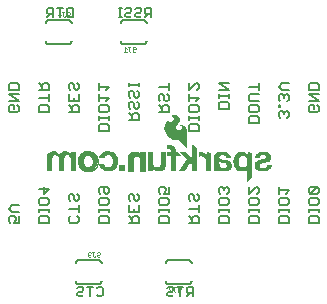
<source format=gbr>
G04 EAGLE Gerber RS-274X export*
G75*
%MOMM*%
%FSLAX34Y34*%
%LPD*%
%INSilkscreen Bottom*%
%IPPOS*%
%AMOC8*
5,1,8,0,0,1.08239X$1,22.5*%
G01*
%ADD10C,0.152400*%
%ADD11C,0.127000*%
%ADD12C,0.025400*%
%ADD13R,0.495300X0.485100*%
%ADD14C,0.203200*%

G36*
X197174Y143047D02*
X197174Y143047D01*
X197216Y143062D01*
X197218Y143067D01*
X197222Y143069D01*
X197251Y143142D01*
X197255Y143153D01*
X197255Y143154D01*
X197255Y158318D01*
X197253Y158323D01*
X197255Y158329D01*
X197185Y159160D01*
X197179Y159171D01*
X197180Y159186D01*
X196940Y159985D01*
X196932Y159995D01*
X196930Y160009D01*
X196529Y160741D01*
X196519Y160749D01*
X196514Y160762D01*
X196044Y161312D01*
X196033Y161317D01*
X196026Y161329D01*
X195456Y161774D01*
X195444Y161777D01*
X195434Y161787D01*
X194786Y162108D01*
X194774Y162109D01*
X194762Y162117D01*
X194063Y162301D01*
X194052Y162300D01*
X194041Y162305D01*
X193101Y162378D01*
X193092Y162375D01*
X193081Y162378D01*
X192141Y162305D01*
X192137Y162303D01*
X192131Y162304D01*
X191648Y162228D01*
X191609Y162203D01*
X191569Y162182D01*
X191568Y162178D01*
X191565Y162176D01*
X191555Y162131D01*
X191543Y162087D01*
X191545Y162083D01*
X191544Y162079D01*
X191569Y162041D01*
X191593Y162002D01*
X191597Y162001D01*
X191599Y161998D01*
X191640Y161989D01*
X191680Y161977D01*
X191838Y161993D01*
X191976Y161965D01*
X192109Y161894D01*
X192933Y161295D01*
X193051Y161181D01*
X193123Y161043D01*
X193216Y160628D01*
X193216Y160200D01*
X193123Y159784D01*
X192917Y159380D01*
X192604Y159052D01*
X191998Y158687D01*
X191320Y158480D01*
X190609Y158445D01*
X189999Y158542D01*
X189413Y158740D01*
X188870Y159033D01*
X188445Y159398D01*
X188130Y159858D01*
X187944Y160383D01*
X187901Y160939D01*
X188003Y161487D01*
X188243Y161990D01*
X188613Y162425D01*
X188811Y162635D01*
X189406Y163266D01*
X190001Y163897D01*
X190066Y163966D01*
X190069Y163976D01*
X190078Y163982D01*
X191265Y165740D01*
X191267Y165753D01*
X191277Y165763D01*
X191557Y166451D01*
X191556Y166466D01*
X191565Y166481D01*
X191664Y167216D01*
X191660Y167231D01*
X191665Y167248D01*
X191578Y167985D01*
X191570Y167998D01*
X191570Y168016D01*
X191303Y168708D01*
X191292Y168719D01*
X191288Y168736D01*
X190857Y169339D01*
X190847Y169346D01*
X190841Y169358D01*
X190145Y170016D01*
X190137Y170019D01*
X190132Y170027D01*
X189355Y170587D01*
X189345Y170590D01*
X189337Y170598D01*
X188557Y170986D01*
X188545Y170987D01*
X188534Y170995D01*
X187694Y171226D01*
X187682Y171225D01*
X187670Y171231D01*
X186802Y171297D01*
X186792Y171293D01*
X186780Y171297D01*
X185880Y171211D01*
X185871Y171207D01*
X185861Y171208D01*
X184983Y170988D01*
X184975Y170982D01*
X184963Y170981D01*
X184735Y170880D01*
X184379Y170728D01*
X184378Y170728D01*
X183874Y170507D01*
X183864Y170496D01*
X183847Y170491D01*
X183412Y170153D01*
X183409Y170146D01*
X183401Y170142D01*
X183376Y170117D01*
X183373Y170116D01*
X183338Y170024D01*
X183379Y169935D01*
X183464Y169902D01*
X184067Y169902D01*
X184578Y169845D01*
X185068Y169706D01*
X185549Y169451D01*
X185944Y169081D01*
X186230Y168621D01*
X186387Y168102D01*
X186399Y167799D01*
X186340Y167499D01*
X186134Y167005D01*
X185851Y166547D01*
X185500Y166137D01*
X185088Y165783D01*
X184186Y165132D01*
X183698Y164883D01*
X183169Y164785D01*
X182630Y164843D01*
X182456Y164908D01*
X182095Y165157D01*
X181821Y165496D01*
X181777Y165599D01*
X181761Y165719D01*
X181761Y166599D01*
X181744Y166640D01*
X181730Y166682D01*
X181725Y166685D01*
X181723Y166690D01*
X181682Y166706D01*
X181642Y166725D01*
X181636Y166723D01*
X181631Y166725D01*
X181604Y166713D01*
X181555Y166697D01*
X180429Y165776D01*
X180423Y165764D01*
X180411Y165757D01*
X179504Y164620D01*
X179501Y164609D01*
X179492Y164601D01*
X178990Y163667D01*
X178989Y163657D01*
X178983Y163649D01*
X178625Y162652D01*
X178625Y162642D01*
X178620Y162633D01*
X178413Y161594D01*
X178415Y161584D01*
X178414Y161582D01*
X178415Y161582D01*
X178411Y161573D01*
X178351Y159645D01*
X178355Y159634D01*
X178352Y159622D01*
X178640Y157715D01*
X178646Y157705D01*
X178646Y157693D01*
X179274Y155869D01*
X179281Y155860D01*
X179283Y155848D01*
X180230Y154167D01*
X180238Y154161D01*
X180241Y154150D01*
X181126Y153043D01*
X181133Y153040D01*
X181135Y153034D01*
X181136Y153034D01*
X181138Y153030D01*
X182169Y152058D01*
X182177Y152055D01*
X182183Y152047D01*
X183340Y151230D01*
X183350Y151228D01*
X183358Y151220D01*
X184588Y150620D01*
X184599Y150619D01*
X184609Y150611D01*
X185928Y150243D01*
X185939Y150245D01*
X185950Y150239D01*
X187314Y150115D01*
X187319Y150117D01*
X187325Y150115D01*
X189600Y150115D01*
X189968Y150050D01*
X190319Y149923D01*
X191309Y149334D01*
X192163Y148552D01*
X197035Y143070D01*
X197039Y143068D01*
X197041Y143063D01*
X197083Y143047D01*
X197124Y143028D01*
X197128Y143030D01*
X197133Y143028D01*
X197174Y143047D01*
G37*
G36*
X248541Y114353D02*
X248541Y114353D01*
X248543Y114352D01*
X248564Y114361D01*
X248624Y114384D01*
X252764Y118118D01*
X252766Y118124D01*
X252772Y118127D01*
X252796Y118187D01*
X252805Y118208D01*
X252804Y118210D01*
X252805Y118212D01*
X252805Y138786D01*
X252790Y138823D01*
X252780Y138862D01*
X252771Y138868D01*
X252767Y138877D01*
X252739Y138888D01*
X252703Y138910D01*
X248817Y139646D01*
X248802Y139643D01*
X248787Y139648D01*
X248755Y139633D01*
X248720Y139625D01*
X248712Y139612D01*
X248699Y139606D01*
X248684Y139567D01*
X248668Y139542D01*
X248671Y139531D01*
X248667Y139520D01*
X248691Y137603D01*
X248557Y137752D01*
X248556Y137753D01*
X248556Y137754D01*
X247667Y138719D01*
X247661Y138721D01*
X247657Y138728D01*
X247314Y139029D01*
X247303Y139033D01*
X247295Y139043D01*
X246901Y139276D01*
X246892Y139277D01*
X246884Y139284D01*
X245563Y139817D01*
X245552Y139817D01*
X245542Y139824D01*
X245060Y139926D01*
X245048Y139923D01*
X245036Y139928D01*
X243055Y139953D01*
X243044Y139949D01*
X243032Y139951D01*
X241947Y139768D01*
X241937Y139761D01*
X241923Y139761D01*
X240898Y139361D01*
X240891Y139353D01*
X240879Y139351D01*
X239977Y138810D01*
X239972Y138804D01*
X239963Y138801D01*
X239139Y138148D01*
X239133Y138138D01*
X239123Y138133D01*
X238331Y137243D01*
X238327Y137230D01*
X238315Y137221D01*
X237736Y136180D01*
X237734Y136168D01*
X237726Y136157D01*
X237052Y134044D01*
X237053Y134033D01*
X237047Y134022D01*
X236764Y131822D01*
X236767Y131811D01*
X236763Y131799D01*
X236881Y129584D01*
X236886Y129574D01*
X236884Y129562D01*
X237207Y128186D01*
X237214Y128177D01*
X237214Y128165D01*
X237770Y126865D01*
X237778Y126857D01*
X237780Y126846D01*
X238552Y125661D01*
X238561Y125655D01*
X238566Y125644D01*
X239223Y124937D01*
X239233Y124933D01*
X239239Y124923D01*
X240007Y124338D01*
X240018Y124336D01*
X240025Y124327D01*
X240881Y123881D01*
X240892Y123880D01*
X240901Y123872D01*
X241820Y123578D01*
X241830Y123579D01*
X241840Y123573D01*
X243052Y123384D01*
X243061Y123386D01*
X243070Y123383D01*
X244297Y123366D01*
X244305Y123369D01*
X244315Y123367D01*
X245532Y123522D01*
X245542Y123527D01*
X245554Y123527D01*
X246398Y123791D01*
X246408Y123799D01*
X246423Y123802D01*
X247192Y124239D01*
X247200Y124249D01*
X247214Y124254D01*
X247874Y124844D01*
X247880Y124856D01*
X247892Y124864D01*
X248412Y125580D01*
X248413Y125582D01*
X248413Y114478D01*
X248431Y114434D01*
X248448Y114391D01*
X248450Y114390D01*
X248451Y114387D01*
X248495Y114370D01*
X248539Y114352D01*
X248541Y114353D01*
G37*
G36*
X83111Y123700D02*
X83111Y123700D01*
X83113Y123699D01*
X83156Y123719D01*
X83200Y123737D01*
X83200Y123739D01*
X83202Y123740D01*
X83235Y123825D01*
X83235Y134104D01*
X83342Y134984D01*
X83654Y135806D01*
X83915Y136190D01*
X84258Y136503D01*
X84664Y136729D01*
X85112Y136857D01*
X86016Y136925D01*
X86919Y136833D01*
X87329Y136707D01*
X87701Y136497D01*
X87716Y136483D01*
X87857Y136357D01*
X87997Y136230D01*
X88019Y136211D01*
X88404Y135683D01*
X88677Y135088D01*
X88826Y134449D01*
X88901Y133346D01*
X88901Y123825D01*
X88902Y123823D01*
X88901Y123821D01*
X88921Y123778D01*
X88939Y123734D01*
X88941Y123734D01*
X88942Y123732D01*
X89027Y123699D01*
X93345Y123699D01*
X93347Y123700D01*
X93349Y123699D01*
X93392Y123719D01*
X93436Y123737D01*
X93436Y123739D01*
X93438Y123740D01*
X93471Y123825D01*
X93471Y134384D01*
X93551Y135047D01*
X93782Y135666D01*
X94152Y136213D01*
X94499Y136531D01*
X94908Y136764D01*
X95358Y136900D01*
X95835Y136932D01*
X96683Y136882D01*
X97123Y136800D01*
X97527Y136622D01*
X97882Y136356D01*
X98701Y135412D01*
X98985Y134874D01*
X99116Y134283D01*
X99086Y133661D01*
X99087Y133658D01*
X99086Y133655D01*
X99086Y123850D01*
X99087Y123848D01*
X99086Y123846D01*
X99106Y123803D01*
X99124Y123759D01*
X99126Y123759D01*
X99127Y123757D01*
X99212Y123724D01*
X103530Y123724D01*
X103532Y123725D01*
X103534Y123724D01*
X103577Y123744D01*
X103621Y123762D01*
X103621Y123764D01*
X103623Y123765D01*
X103656Y123850D01*
X103656Y139903D01*
X103655Y139905D01*
X103656Y139907D01*
X103636Y139950D01*
X103618Y139994D01*
X103616Y139994D01*
X103615Y139996D01*
X103530Y140029D01*
X99543Y140029D01*
X99541Y140028D01*
X99539Y140029D01*
X99496Y140009D01*
X99452Y139991D01*
X99452Y139989D01*
X99450Y139988D01*
X99417Y139903D01*
X99417Y137850D01*
X99386Y137857D01*
X99084Y138253D01*
X99078Y138256D01*
X99075Y138264D01*
X98313Y139051D01*
X98305Y139054D01*
X98301Y139061D01*
X97539Y139673D01*
X97525Y139677D01*
X97513Y139690D01*
X96623Y140094D01*
X96611Y140094D01*
X96600Y140102D01*
X95508Y140356D01*
X95499Y140355D01*
X95491Y140359D01*
X94119Y140486D01*
X94109Y140483D01*
X94098Y140486D01*
X93141Y140417D01*
X93130Y140411D01*
X93116Y140412D01*
X92193Y140152D01*
X92183Y140144D01*
X92170Y140142D01*
X91380Y139739D01*
X91372Y139730D01*
X91359Y139726D01*
X90661Y139180D01*
X90655Y139169D01*
X90643Y139163D01*
X90061Y138494D01*
X90058Y138482D01*
X90047Y138474D01*
X89667Y137816D01*
X89625Y137858D01*
X89170Y138339D01*
X89167Y138340D01*
X89166Y138343D01*
X88378Y139102D01*
X88369Y139105D01*
X88364Y139114D01*
X87475Y139752D01*
X87464Y139754D01*
X87456Y139762D01*
X86651Y140156D01*
X86639Y140156D01*
X86628Y140164D01*
X85763Y140396D01*
X85751Y140394D01*
X85739Y140400D01*
X84845Y140461D01*
X84836Y140458D01*
X84825Y140461D01*
X83546Y140354D01*
X83539Y140350D01*
X83532Y140352D01*
X82272Y140103D01*
X82263Y140097D01*
X82251Y140097D01*
X81385Y139771D01*
X81375Y139761D01*
X81360Y139758D01*
X80586Y139251D01*
X80579Y139239D01*
X80565Y139233D01*
X79919Y138569D01*
X79916Y138559D01*
X79912Y138558D01*
X79911Y138554D01*
X79903Y138548D01*
X79315Y137609D01*
X79313Y137596D01*
X79303Y137586D01*
X78917Y136547D01*
X78918Y136534D01*
X78911Y136522D01*
X78742Y135426D01*
X78745Y135417D01*
X78741Y135407D01*
X78741Y123825D01*
X78742Y123823D01*
X78741Y123821D01*
X78761Y123778D01*
X78779Y123734D01*
X78781Y123734D01*
X78782Y123732D01*
X78867Y123699D01*
X83109Y123699D01*
X83111Y123700D01*
G37*
G36*
X230991Y123369D02*
X230991Y123369D01*
X231002Y123374D01*
X231016Y123372D01*
X232388Y123680D01*
X232399Y123688D01*
X232414Y123689D01*
X233683Y124295D01*
X233692Y124305D01*
X233706Y124309D01*
X234154Y124651D01*
X234160Y124661D01*
X234172Y124667D01*
X234549Y125087D01*
X234553Y125098D01*
X234563Y125106D01*
X234855Y125589D01*
X234857Y125600D01*
X234865Y125610D01*
X235238Y126603D01*
X235238Y126614D01*
X235244Y126625D01*
X235433Y127669D01*
X235430Y127680D01*
X235435Y127692D01*
X235432Y128753D01*
X235429Y128760D01*
X235431Y128763D01*
X235428Y128770D01*
X235429Y128780D01*
X235223Y129721D01*
X235214Y129733D01*
X235213Y129750D01*
X234784Y130612D01*
X234774Y130621D01*
X234769Y130636D01*
X234271Y131245D01*
X234266Y131248D01*
X234264Y131252D01*
X234258Y131254D01*
X234253Y131263D01*
X233643Y131761D01*
X233631Y131764D01*
X233622Y131775D01*
X232926Y132141D01*
X232915Y132142D01*
X232906Y132149D01*
X231421Y132633D01*
X231413Y132632D01*
X231404Y132637D01*
X229867Y132915D01*
X229863Y132914D01*
X229858Y132917D01*
X227652Y133145D01*
X226346Y133371D01*
X225877Y133536D01*
X225449Y133782D01*
X225165Y134043D01*
X225105Y134130D01*
X225063Y134227D01*
X224952Y134748D01*
X224952Y135279D01*
X225063Y135800D01*
X225202Y136114D01*
X225401Y136393D01*
X225654Y136627D01*
X225968Y136820D01*
X226314Y136948D01*
X226683Y137009D01*
X228038Y137059D01*
X228625Y137005D01*
X229186Y136840D01*
X229650Y136585D01*
X230040Y136229D01*
X230335Y135791D01*
X230519Y135296D01*
X230582Y134765D01*
X230582Y134722D01*
X230583Y134720D01*
X230582Y134718D01*
X230602Y134675D01*
X230620Y134631D01*
X230622Y134631D01*
X230623Y134629D01*
X230708Y134596D01*
X234849Y134596D01*
X234850Y134594D01*
X234892Y134584D01*
X234934Y134570D01*
X234940Y134573D01*
X234946Y134572D01*
X234971Y134588D01*
X235016Y134609D01*
X235041Y134634D01*
X235041Y134635D01*
X235057Y134677D01*
X235076Y134726D01*
X235076Y134727D01*
X235056Y134769D01*
X235037Y134812D01*
X234915Y135703D01*
X234909Y135714D01*
X234909Y135729D01*
X234575Y136670D01*
X234566Y136680D01*
X234563Y136694D01*
X234044Y137547D01*
X234033Y137555D01*
X234028Y137568D01*
X233345Y138298D01*
X233333Y138303D01*
X233325Y138315D01*
X232508Y138889D01*
X232496Y138892D01*
X232487Y138901D01*
X231329Y139430D01*
X231319Y139430D01*
X231310Y139437D01*
X230081Y139771D01*
X230072Y139770D01*
X230063Y139774D01*
X228323Y139988D01*
X228315Y139985D01*
X228307Y139988D01*
X226553Y139980D01*
X226546Y139977D01*
X226537Y139979D01*
X224798Y139749D01*
X224790Y139744D01*
X224779Y139745D01*
X223365Y139320D01*
X223356Y139312D01*
X223342Y139311D01*
X222039Y138617D01*
X222030Y138607D01*
X222016Y138602D01*
X221454Y138119D01*
X221447Y138105D01*
X221433Y138096D01*
X221006Y137491D01*
X221003Y137476D01*
X220991Y137464D01*
X220724Y136773D01*
X220725Y136758D01*
X220717Y136743D01*
X220626Y136008D01*
X220628Y136000D01*
X220625Y135992D01*
X220625Y131166D01*
X220626Y131164D01*
X220625Y131162D01*
X220632Y131147D01*
X220600Y131063D01*
X220625Y126725D01*
X220523Y125388D01*
X220174Y124093D01*
X220100Y123894D01*
X220101Y123869D01*
X220092Y123846D01*
X220103Y123822D01*
X220104Y123796D01*
X220123Y123779D01*
X220133Y123757D01*
X220160Y123746D01*
X220178Y123730D01*
X220197Y123732D01*
X220218Y123724D01*
X224252Y123724D01*
X224288Y123721D01*
X224316Y123730D01*
X224356Y123734D01*
X224393Y123753D01*
X224412Y123775D01*
X224444Y123799D01*
X224466Y123835D01*
X224468Y123852D01*
X224480Y123868D01*
X224556Y124148D01*
X224555Y124151D01*
X224557Y124154D01*
X224784Y125183D01*
X224794Y125206D01*
X224800Y125212D01*
X224808Y125214D01*
X224817Y125213D01*
X224841Y125197D01*
X225668Y124494D01*
X225679Y124490D01*
X225688Y124480D01*
X226639Y123940D01*
X226650Y123939D01*
X226660Y123931D01*
X227695Y123578D01*
X227707Y123579D01*
X227717Y123573D01*
X229335Y123332D01*
X229345Y123335D01*
X229356Y123331D01*
X230991Y123369D01*
G37*
G36*
X206124Y123598D02*
X206124Y123598D01*
X206127Y123597D01*
X206210Y123634D01*
X206261Y123685D01*
X206263Y123688D01*
X206265Y123689D01*
X206298Y123774D01*
X206298Y143104D01*
X206290Y143123D01*
X206292Y143143D01*
X206271Y143170D01*
X206260Y143195D01*
X206246Y143200D01*
X206235Y143214D01*
X202095Y145576D01*
X202060Y145580D01*
X202028Y145592D01*
X202013Y145585D01*
X201997Y145587D01*
X201970Y145565D01*
X201939Y145551D01*
X201932Y145535D01*
X201920Y145525D01*
X201918Y145498D01*
X201906Y145466D01*
X201906Y134036D01*
X196431Y139510D01*
X196428Y139512D01*
X196427Y139514D01*
X196342Y139547D01*
X191668Y139547D01*
X191666Y139547D01*
X191665Y139547D01*
X191621Y139527D01*
X191577Y139509D01*
X191577Y139507D01*
X191575Y139506D01*
X191559Y139462D01*
X191542Y139417D01*
X191543Y139415D01*
X191542Y139414D01*
X191580Y139331D01*
X197271Y133765D01*
X190674Y123870D01*
X190667Y123832D01*
X190653Y123795D01*
X190658Y123785D01*
X190656Y123773D01*
X190678Y123742D01*
X190695Y123706D01*
X190706Y123702D01*
X190712Y123693D01*
X190742Y123688D01*
X190780Y123674D01*
X195860Y123699D01*
X195877Y123706D01*
X195895Y123704D01*
X195924Y123726D01*
X195950Y123738D01*
X195955Y123750D01*
X195967Y123760D01*
X200200Y130738D01*
X201855Y129131D01*
X201855Y123723D01*
X201856Y123721D01*
X201855Y123719D01*
X201875Y123676D01*
X201893Y123632D01*
X201895Y123632D01*
X201896Y123630D01*
X201981Y123597D01*
X206121Y123597D01*
X206124Y123598D01*
G37*
G36*
X174556Y123297D02*
X174556Y123297D01*
X174567Y123294D01*
X175600Y123441D01*
X175611Y123447D01*
X175624Y123447D01*
X176610Y123790D01*
X176619Y123798D01*
X176632Y123800D01*
X177534Y124326D01*
X177541Y124336D01*
X177554Y124341D01*
X177808Y124569D01*
X177814Y124580D01*
X177825Y124588D01*
X178486Y125473D01*
X178488Y125484D01*
X178498Y125493D01*
X178986Y126483D01*
X178986Y126495D01*
X178994Y126505D01*
X179294Y127568D01*
X179292Y127579D01*
X179298Y127591D01*
X179399Y128690D01*
X179397Y128696D01*
X179399Y128702D01*
X179399Y139497D01*
X179398Y139499D01*
X179399Y139501D01*
X179379Y139544D01*
X179361Y139588D01*
X179359Y139588D01*
X179358Y139590D01*
X179273Y139623D01*
X175133Y139623D01*
X175131Y139622D01*
X175129Y139623D01*
X175086Y139603D01*
X175042Y139585D01*
X175042Y139583D01*
X175040Y139582D01*
X175007Y139497D01*
X175007Y129500D01*
X174858Y128670D01*
X174515Y127902D01*
X174243Y127540D01*
X173902Y127239D01*
X173507Y127014D01*
X172818Y126791D01*
X172099Y126711D01*
X171378Y126778D01*
X170687Y126990D01*
X170177Y127278D01*
X169746Y127675D01*
X169419Y128160D01*
X169210Y128710D01*
X168985Y129914D01*
X168909Y131144D01*
X168909Y139446D01*
X168908Y139448D01*
X168909Y139450D01*
X168889Y139493D01*
X168871Y139537D01*
X168869Y139537D01*
X168868Y139539D01*
X168783Y139572D01*
X164567Y139572D01*
X164565Y139571D01*
X164563Y139572D01*
X164520Y139552D01*
X164476Y139534D01*
X164476Y139532D01*
X164474Y139531D01*
X164441Y139446D01*
X164441Y123825D01*
X164442Y123823D01*
X164441Y123821D01*
X164461Y123778D01*
X164479Y123734D01*
X164481Y123734D01*
X164482Y123732D01*
X164567Y123699D01*
X168580Y123699D01*
X168582Y123700D01*
X168584Y123699D01*
X168627Y123719D01*
X168671Y123737D01*
X168671Y123739D01*
X168673Y123740D01*
X168706Y123825D01*
X168706Y125882D01*
X169213Y125241D01*
X169221Y125237D01*
X169225Y125228D01*
X170052Y124443D01*
X170061Y124440D01*
X170066Y124432D01*
X170996Y123773D01*
X171005Y123771D01*
X171013Y123763D01*
X171258Y123641D01*
X171269Y123640D01*
X171278Y123633D01*
X171540Y123552D01*
X171549Y123553D01*
X171558Y123548D01*
X173036Y123325D01*
X173044Y123327D01*
X173052Y123323D01*
X174546Y123293D01*
X174556Y123297D01*
G37*
G36*
X162079Y123624D02*
X162079Y123624D01*
X162081Y123623D01*
X162124Y123643D01*
X162168Y123661D01*
X162168Y123663D01*
X162170Y123664D01*
X162203Y123749D01*
X162203Y139471D01*
X162202Y139473D01*
X162203Y139475D01*
X162183Y139518D01*
X162165Y139562D01*
X162163Y139562D01*
X162162Y139564D01*
X162077Y139597D01*
X158039Y139597D01*
X158037Y139596D01*
X158035Y139597D01*
X157992Y139577D01*
X157948Y139559D01*
X157948Y139557D01*
X157946Y139556D01*
X157913Y139471D01*
X157913Y137403D01*
X157871Y137432D01*
X157757Y137568D01*
X157480Y137946D01*
X157476Y137948D01*
X157474Y137953D01*
X157072Y138426D01*
X157065Y138430D01*
X157061Y138438D01*
X156866Y138614D01*
X156726Y138740D01*
X156600Y138854D01*
X156590Y138857D01*
X156582Y138867D01*
X155684Y139434D01*
X155671Y139437D01*
X155660Y139446D01*
X154664Y139815D01*
X154651Y139815D01*
X154638Y139822D01*
X153586Y139977D01*
X153576Y139974D01*
X153565Y139978D01*
X151559Y139928D01*
X151549Y139924D01*
X151536Y139926D01*
X150559Y139720D01*
X150547Y139712D01*
X150531Y139711D01*
X149626Y139289D01*
X149617Y139278D01*
X149602Y139274D01*
X148817Y138656D01*
X148811Y138645D01*
X148799Y138639D01*
X148310Y138064D01*
X148307Y138053D01*
X148297Y138046D01*
X147913Y137397D01*
X147911Y137386D01*
X147903Y137377D01*
X147634Y136672D01*
X147634Y136663D01*
X147629Y136654D01*
X147389Y135547D01*
X147391Y135538D01*
X147387Y135530D01*
X147296Y134401D01*
X147298Y134396D01*
X147296Y134391D01*
X147296Y123850D01*
X147297Y123848D01*
X147296Y123846D01*
X147316Y123803D01*
X147334Y123759D01*
X147336Y123759D01*
X147337Y123757D01*
X147422Y123724D01*
X151511Y123724D01*
X151513Y123725D01*
X151515Y123724D01*
X151558Y123744D01*
X151602Y123762D01*
X151602Y123764D01*
X151604Y123765D01*
X151637Y123850D01*
X151637Y133496D01*
X151702Y134214D01*
X151893Y134902D01*
X152203Y135544D01*
X152499Y135931D01*
X152873Y136240D01*
X153308Y136457D01*
X153608Y136534D01*
X153924Y136551D01*
X155029Y136501D01*
X155585Y136414D01*
X156101Y136210D01*
X156558Y135896D01*
X157075Y135327D01*
X157438Y134648D01*
X157655Y133898D01*
X157735Y133115D01*
X157735Y123749D01*
X157736Y123747D01*
X157735Y123745D01*
X157755Y123702D01*
X157773Y123658D01*
X157775Y123658D01*
X157776Y123656D01*
X157861Y123623D01*
X162077Y123623D01*
X162079Y123624D01*
G37*
G36*
X113793Y123552D02*
X113793Y123552D01*
X113809Y123548D01*
X116806Y123954D01*
X116827Y123966D01*
X116856Y123972D01*
X119701Y125750D01*
X119715Y125771D01*
X119740Y125789D01*
X121340Y128278D01*
X121344Y128301D01*
X121359Y128326D01*
X121969Y132212D01*
X121963Y132234D01*
X121967Y132260D01*
X121154Y135816D01*
X121139Y135837D01*
X121130Y135866D01*
X118996Y138584D01*
X118974Y138596D01*
X118953Y138619D01*
X115575Y140296D01*
X115555Y140297D01*
X115534Y140308D01*
X114061Y140485D01*
X114054Y140483D01*
X114046Y140486D01*
X113995Y140486D01*
X113975Y140478D01*
X113949Y140477D01*
X113822Y140427D01*
X113801Y140407D01*
X113775Y140395D01*
X113766Y140373D01*
X113751Y140359D01*
X113752Y140335D01*
X113742Y140310D01*
X113742Y137389D01*
X113759Y137349D01*
X113771Y137308D01*
X113778Y137304D01*
X113780Y137298D01*
X113808Y137287D01*
X113851Y137264D01*
X114946Y137114D01*
X116094Y136479D01*
X116882Y135395D01*
X117278Y134506D01*
X117552Y133032D01*
X117603Y131173D01*
X117428Y129925D01*
X117053Y128776D01*
X116515Y127749D01*
X114867Y126741D01*
X113119Y126519D01*
X111368Y127111D01*
X111298Y127175D01*
X111020Y127428D01*
X110742Y127680D01*
X110603Y127806D01*
X110326Y128059D01*
X110325Y128059D01*
X110289Y128092D01*
X109746Y129302D01*
X109371Y130850D01*
X109371Y132275D01*
X109622Y134204D01*
X110366Y135816D01*
X111200Y136625D01*
X112153Y137138D01*
X113340Y137237D01*
X113436Y137237D01*
X113439Y137238D01*
X113442Y137237D01*
X113484Y137257D01*
X113527Y137275D01*
X113528Y137278D01*
X113531Y137280D01*
X113562Y137365D01*
X113536Y138953D01*
X113533Y139079D01*
X113533Y139080D01*
X113531Y139206D01*
X113529Y139332D01*
X113527Y139458D01*
X113525Y139584D01*
X113525Y139585D01*
X113523Y139711D01*
X113521Y139837D01*
X113519Y139963D01*
X113516Y140089D01*
X113516Y140090D01*
X113514Y140216D01*
X113512Y140337D01*
X113508Y140346D01*
X113511Y140355D01*
X113489Y140390D01*
X113472Y140427D01*
X113464Y140430D01*
X113459Y140438D01*
X113407Y140451D01*
X113380Y140461D01*
X113375Y140459D01*
X113370Y140460D01*
X111363Y140206D01*
X111352Y140200D01*
X111338Y140200D01*
X109712Y139641D01*
X109700Y139630D01*
X109681Y139626D01*
X107700Y138255D01*
X107692Y138242D01*
X107676Y138233D01*
X106584Y136963D01*
X106579Y136947D01*
X106565Y136932D01*
X105524Y134595D01*
X105523Y134578D01*
X105514Y134560D01*
X105234Y132375D01*
X105238Y132360D01*
X105234Y132344D01*
X105488Y130236D01*
X105492Y130228D01*
X105491Y130217D01*
X106177Y127753D01*
X106188Y127739D01*
X106192Y127720D01*
X107005Y126425D01*
X107017Y126416D01*
X107025Y126401D01*
X108219Y125258D01*
X108228Y125254D01*
X108233Y125246D01*
X109350Y124459D01*
X109367Y124455D01*
X109382Y124443D01*
X111236Y123808D01*
X111250Y123809D01*
X111264Y123801D01*
X113779Y123547D01*
X113793Y123552D01*
G37*
G36*
X261774Y123345D02*
X261774Y123345D01*
X261781Y123343D01*
X264347Y123521D01*
X264356Y123526D01*
X264366Y123524D01*
X265287Y123736D01*
X265298Y123744D01*
X265312Y123745D01*
X266169Y124142D01*
X266175Y124149D01*
X266184Y124151D01*
X267378Y124913D01*
X267383Y124919D01*
X267391Y124922D01*
X267906Y125353D01*
X267911Y125364D01*
X267923Y125370D01*
X268343Y125894D01*
X268347Y125905D01*
X268357Y125914D01*
X268666Y126510D01*
X268667Y126519D01*
X268674Y126527D01*
X269106Y127797D01*
X269105Y127807D01*
X269110Y127816D01*
X269212Y128400D01*
X269211Y128407D01*
X269214Y128413D01*
X269239Y128769D01*
X269238Y128773D01*
X269239Y128776D01*
X269238Y128778D01*
X269239Y128782D01*
X269227Y128808D01*
X269224Y128838D01*
X269223Y128839D01*
X269223Y128840D01*
X269212Y128849D01*
X269207Y128862D01*
X269201Y128865D01*
X269198Y128871D01*
X269168Y128883D01*
X269148Y128899D01*
X269146Y128899D01*
X269145Y128900D01*
X269130Y128899D01*
X269118Y128904D01*
X269116Y128903D01*
X269113Y128904D01*
X265252Y128904D01*
X265250Y128903D01*
X265248Y128904D01*
X265205Y128884D01*
X265161Y128866D01*
X265161Y128864D01*
X265159Y128863D01*
X265126Y128778D01*
X265126Y128731D01*
X265097Y128234D01*
X264951Y127772D01*
X264695Y127358D01*
X264591Y127253D01*
X264465Y127127D01*
X264253Y126915D01*
X263726Y126578D01*
X263139Y126361D01*
X262577Y126288D01*
X261247Y126288D01*
X260644Y126362D01*
X260077Y126559D01*
X259564Y126871D01*
X259277Y127155D01*
X259068Y127500D01*
X258951Y127885D01*
X258934Y128289D01*
X259019Y128684D01*
X259200Y129046D01*
X259465Y129350D01*
X259801Y129581D01*
X260908Y130051D01*
X262082Y130357D01*
X265713Y131220D01*
X265720Y131225D01*
X265729Y131225D01*
X266537Y131531D01*
X266544Y131537D01*
X266554Y131539D01*
X267305Y131966D01*
X267311Y131973D01*
X267321Y131977D01*
X267998Y132514D01*
X268003Y132524D01*
X268014Y132530D01*
X268351Y132915D01*
X268355Y132928D01*
X268366Y132937D01*
X268615Y133384D01*
X268616Y133397D01*
X268625Y133408D01*
X268777Y133897D01*
X268775Y133909D01*
X268782Y133922D01*
X268887Y135058D01*
X268884Y135071D01*
X268887Y135084D01*
X268758Y136218D01*
X268752Y136229D01*
X268753Y136243D01*
X268395Y137327D01*
X268387Y137336D01*
X268385Y137350D01*
X268086Y137872D01*
X268076Y137879D01*
X268071Y137892D01*
X267677Y138347D01*
X267666Y138352D01*
X267659Y138364D01*
X267183Y138733D01*
X267172Y138736D01*
X267163Y138745D01*
X265882Y139399D01*
X265871Y139400D01*
X265861Y139407D01*
X264483Y139818D01*
X264472Y139817D01*
X264460Y139823D01*
X263031Y139978D01*
X263024Y139976D01*
X263017Y139978D01*
X261214Y139978D01*
X261208Y139976D01*
X261201Y139978D01*
X259808Y139838D01*
X259799Y139833D01*
X259788Y139834D01*
X258437Y139466D01*
X258428Y139459D01*
X258414Y139457D01*
X257317Y138919D01*
X257308Y138909D01*
X257294Y138905D01*
X256335Y138148D01*
X256329Y138138D01*
X256318Y138133D01*
X255970Y137737D01*
X255968Y137732D01*
X255967Y137732D01*
X255966Y137728D01*
X255958Y137722D01*
X255672Y137280D01*
X255670Y137270D01*
X255663Y137263D01*
X255307Y136475D01*
X255307Y136470D01*
X255303Y136466D01*
X255100Y135908D01*
X255102Y135884D01*
X255097Y135872D01*
X255100Y135865D01*
X255095Y135840D01*
X255104Y135826D01*
X255095Y135814D01*
X255097Y135808D01*
X255093Y135801D01*
X255017Y135090D01*
X255019Y135084D01*
X255018Y135080D01*
X255019Y135078D01*
X255017Y135073D01*
X255034Y135036D01*
X255046Y134996D01*
X255054Y134992D01*
X255058Y134984D01*
X255108Y134964D01*
X255134Y134951D01*
X255138Y134953D01*
X255143Y134951D01*
X259029Y134951D01*
X259073Y134969D01*
X259117Y134987D01*
X259118Y134988D01*
X259120Y134989D01*
X259127Y135008D01*
X259155Y135069D01*
X259171Y135329D01*
X259226Y135572D01*
X259376Y135924D01*
X259594Y136237D01*
X259870Y136501D01*
X260292Y136772D01*
X260759Y136961D01*
X261255Y137059D01*
X262103Y137103D01*
X262951Y137059D01*
X263400Y136974D01*
X263824Y136817D01*
X264125Y136622D01*
X264358Y136354D01*
X264513Y136012D01*
X264561Y135640D01*
X264496Y135271D01*
X264312Y134910D01*
X264077Y134667D01*
X264029Y134617D01*
X263354Y134201D01*
X262602Y133929D01*
X260579Y133525D01*
X260578Y133524D01*
X260577Y133524D01*
X258854Y133143D01*
X258847Y133138D01*
X258838Y133138D01*
X257182Y132528D01*
X257176Y132522D01*
X257166Y132521D01*
X256410Y132116D01*
X256404Y132109D01*
X256395Y132106D01*
X255703Y131598D01*
X255698Y131588D01*
X255686Y131583D01*
X255354Y131233D01*
X255349Y131221D01*
X255338Y131212D01*
X255086Y130800D01*
X255084Y130786D01*
X255074Y130774D01*
X254737Y129771D01*
X254738Y129756D01*
X254730Y129742D01*
X254636Y128687D01*
X254639Y128678D01*
X254636Y128667D01*
X254712Y127626D01*
X254716Y127618D01*
X254715Y127608D01*
X254858Y126944D01*
X254864Y126934D01*
X254865Y126921D01*
X255131Y126296D01*
X255139Y126287D01*
X255142Y126275D01*
X255521Y125711D01*
X255531Y125704D01*
X255536Y125693D01*
X256262Y124950D01*
X256272Y124946D01*
X256278Y124935D01*
X257122Y124329D01*
X257132Y124327D01*
X257141Y124318D01*
X258076Y123867D01*
X258087Y123866D01*
X258097Y123859D01*
X259097Y123577D01*
X259105Y123578D01*
X259114Y123573D01*
X260428Y123391D01*
X260435Y123393D01*
X260441Y123390D01*
X261768Y123343D01*
X261774Y123345D01*
G37*
G36*
X131972Y123442D02*
X131972Y123442D01*
X131979Y123445D01*
X131987Y123444D01*
X133550Y123726D01*
X133558Y123731D01*
X133568Y123730D01*
X134638Y124085D01*
X134646Y124091D01*
X134657Y124093D01*
X135654Y124619D01*
X135661Y124627D01*
X135672Y124631D01*
X136568Y125315D01*
X136573Y125324D01*
X136584Y125329D01*
X137354Y126152D01*
X137356Y126158D01*
X137358Y126159D01*
X137360Y126163D01*
X137367Y126168D01*
X138049Y127184D01*
X138051Y127194D01*
X138059Y127202D01*
X138573Y128313D01*
X138574Y128322D01*
X138580Y128331D01*
X138914Y129509D01*
X138913Y129519D01*
X138918Y129528D01*
X139063Y130744D01*
X139061Y130753D01*
X139064Y130763D01*
X139063Y130795D01*
X139063Y130796D01*
X139055Y131048D01*
X139056Y131048D01*
X139055Y131048D01*
X139052Y131174D01*
X139044Y131427D01*
X139040Y131553D01*
X139032Y131805D01*
X139032Y131806D01*
X139029Y131932D01*
X139025Y132058D01*
X139021Y132184D01*
X139013Y132437D01*
X139009Y132563D01*
X139002Y132815D01*
X139002Y132816D01*
X138998Y132942D01*
X138990Y133194D01*
X138988Y133252D01*
X138984Y133261D01*
X138986Y133273D01*
X138688Y134763D01*
X138681Y134773D01*
X138681Y134786D01*
X138104Y136192D01*
X138096Y136200D01*
X138093Y136213D01*
X137259Y137484D01*
X137249Y137490D01*
X137244Y137502D01*
X136183Y138590D01*
X136172Y138595D01*
X136164Y138606D01*
X134915Y139471D01*
X134903Y139474D01*
X134894Y139483D01*
X133503Y140095D01*
X133491Y140095D01*
X133479Y140102D01*
X131973Y140435D01*
X131961Y140432D01*
X131948Y140438D01*
X130406Y140461D01*
X130397Y140458D01*
X130388Y140460D01*
X128953Y140271D01*
X128948Y140268D01*
X128942Y140269D01*
X127531Y139950D01*
X127523Y139945D01*
X127513Y139944D01*
X126356Y139487D01*
X126346Y139477D01*
X126332Y139474D01*
X125301Y138777D01*
X125294Y138766D01*
X125280Y138759D01*
X124425Y137856D01*
X124420Y137844D01*
X124408Y137835D01*
X123768Y136768D01*
X123766Y136756D01*
X123758Y136747D01*
X123333Y135592D01*
X123333Y135582D01*
X123328Y135573D01*
X123091Y134365D01*
X123094Y134351D01*
X123089Y134337D01*
X123104Y134304D01*
X123111Y134269D01*
X123124Y134261D01*
X123130Y134248D01*
X123169Y134232D01*
X123195Y134216D01*
X123205Y134219D01*
X123215Y134215D01*
X127406Y134215D01*
X127408Y134216D01*
X127410Y134215D01*
X127453Y134235D01*
X127497Y134253D01*
X127497Y134255D01*
X127499Y134256D01*
X127532Y134341D01*
X127532Y134359D01*
X127599Y134938D01*
X127792Y135480D01*
X128103Y135965D01*
X128516Y136366D01*
X129009Y136664D01*
X129801Y136925D01*
X130633Y137008D01*
X131473Y136942D01*
X132294Y136761D01*
X132708Y136575D01*
X133055Y136285D01*
X133742Y135374D01*
X134247Y134349D01*
X134552Y133246D01*
X134645Y132105D01*
X134516Y130545D01*
X134170Y129021D01*
X133855Y128304D01*
X133380Y127685D01*
X132772Y127196D01*
X132064Y126866D01*
X131285Y126685D01*
X130485Y126644D01*
X129894Y126717D01*
X129325Y126890D01*
X128795Y127158D01*
X128352Y127503D01*
X127994Y127935D01*
X127673Y128525D01*
X127458Y129162D01*
X127354Y129838D01*
X127332Y129874D01*
X127314Y129912D01*
X127306Y129915D01*
X127302Y129922D01*
X127272Y129928D01*
X127229Y129945D01*
X123165Y129945D01*
X123163Y129944D01*
X123161Y129945D01*
X123118Y129925D01*
X123074Y129907D01*
X123074Y129905D01*
X123072Y129904D01*
X123039Y129819D01*
X123039Y129769D01*
X123040Y129765D01*
X123039Y129761D01*
X123071Y129286D01*
X123075Y129279D01*
X123073Y129269D01*
X123168Y128804D01*
X123174Y128795D01*
X123174Y128783D01*
X123716Y127392D01*
X123725Y127383D01*
X123728Y127369D01*
X124543Y126118D01*
X124554Y126111D01*
X124559Y126098D01*
X125612Y125040D01*
X125624Y125035D01*
X125633Y125023D01*
X126880Y124203D01*
X126891Y124200D01*
X126900Y124192D01*
X127993Y123730D01*
X128003Y123730D01*
X128012Y123724D01*
X129165Y123442D01*
X129175Y123443D01*
X129185Y123439D01*
X130368Y123343D01*
X130376Y123346D01*
X130386Y123343D01*
X131972Y123442D01*
G37*
G36*
X187911Y123624D02*
X187911Y123624D01*
X187913Y123623D01*
X187956Y123643D01*
X188000Y123661D01*
X188000Y123663D01*
X188002Y123664D01*
X188035Y123749D01*
X188035Y136629D01*
X191898Y136653D01*
X191899Y136653D01*
X191944Y136673D01*
X191988Y136692D01*
X191989Y136693D01*
X192006Y136738D01*
X192023Y136784D01*
X192023Y136785D01*
X191986Y136868D01*
X189319Y139535D01*
X189316Y139537D01*
X189315Y139539D01*
X189230Y139572D01*
X187984Y139572D01*
X187984Y139903D01*
X187982Y139908D01*
X187984Y139913D01*
X187807Y142047D01*
X187802Y142057D01*
X187802Y142058D01*
X187802Y142059D01*
X187802Y142060D01*
X187803Y142069D01*
X187655Y142636D01*
X187648Y142645D01*
X187647Y142657D01*
X187399Y143188D01*
X187390Y143196D01*
X187387Y143208D01*
X187047Y143685D01*
X187037Y143691D01*
X187031Y143703D01*
X186288Y144413D01*
X186278Y144417D01*
X186276Y144421D01*
X186273Y144422D01*
X186269Y144428D01*
X185401Y144978D01*
X185389Y144980D01*
X185379Y144989D01*
X184421Y145358D01*
X184408Y145358D01*
X184397Y145365D01*
X183384Y145539D01*
X183374Y145537D01*
X183363Y145541D01*
X181813Y145541D01*
X181810Y145540D01*
X181806Y145541D01*
X180489Y145465D01*
X180467Y145465D01*
X180465Y145464D01*
X180463Y145465D01*
X180420Y145445D01*
X180376Y145427D01*
X180376Y145425D01*
X180374Y145424D01*
X180341Y145339D01*
X180341Y142316D01*
X180342Y142314D01*
X180341Y142312D01*
X180361Y142269D01*
X180379Y142225D01*
X180381Y142225D01*
X180382Y142223D01*
X180467Y142190D01*
X180543Y142190D01*
X180548Y142192D01*
X180555Y142190D01*
X180835Y142216D01*
X181750Y142301D01*
X182650Y142218D01*
X182932Y142121D01*
X183172Y141951D01*
X183354Y141719D01*
X183529Y141296D01*
X183592Y140834D01*
X183592Y139572D01*
X180746Y139572D01*
X180744Y139571D01*
X180742Y139572D01*
X180699Y139552D01*
X180655Y139534D01*
X180655Y139532D01*
X180653Y139531D01*
X180620Y139446D01*
X180620Y136779D01*
X180621Y136777D01*
X180620Y136775D01*
X180640Y136732D01*
X180658Y136688D01*
X180660Y136688D01*
X180661Y136686D01*
X180746Y136653D01*
X183618Y136653D01*
X183618Y123749D01*
X183619Y123747D01*
X183618Y123745D01*
X183638Y123702D01*
X183656Y123658D01*
X183658Y123658D01*
X183659Y123656D01*
X183744Y123623D01*
X187909Y123623D01*
X187911Y123624D01*
G37*
G36*
X218036Y123725D02*
X218036Y123725D01*
X218038Y123724D01*
X218081Y123744D01*
X218125Y123762D01*
X218126Y123764D01*
X218128Y123765D01*
X218160Y123850D01*
X218134Y138735D01*
X218118Y138773D01*
X218108Y138812D01*
X218099Y138817D01*
X218096Y138826D01*
X218067Y138837D01*
X218030Y138859D01*
X214169Y139545D01*
X214156Y139542D01*
X214143Y139547D01*
X214109Y139532D01*
X214073Y139523D01*
X214066Y139512D01*
X214054Y139506D01*
X214038Y139465D01*
X214022Y139439D01*
X214024Y139430D01*
X214021Y139421D01*
X214021Y136641D01*
X213974Y136656D01*
X213795Y136924D01*
X213109Y137966D01*
X213104Y137970D01*
X213101Y137977D01*
X212785Y138360D01*
X212772Y138367D01*
X212764Y138380D01*
X212370Y138682D01*
X212365Y138683D01*
X212362Y138687D01*
X211473Y139272D01*
X211470Y139273D01*
X211467Y139276D01*
X210856Y139629D01*
X210844Y139631D01*
X210833Y139640D01*
X210163Y139863D01*
X210151Y139862D01*
X210139Y139868D01*
X209438Y139952D01*
X209428Y139949D01*
X209416Y139953D01*
X208044Y139877D01*
X208001Y139856D01*
X207958Y139836D01*
X207957Y139834D01*
X207956Y139834D01*
X207950Y139816D01*
X207925Y139751D01*
X207925Y135890D01*
X207926Y135888D01*
X207925Y135886D01*
X207945Y135843D01*
X207963Y135799D01*
X207965Y135799D01*
X207966Y135797D01*
X208051Y135764D01*
X208077Y135764D01*
X208086Y135768D01*
X208098Y135765D01*
X208250Y135790D01*
X208252Y135792D01*
X208255Y135791D01*
X208852Y135916D01*
X210377Y135916D01*
X210919Y135824D01*
X211437Y135643D01*
X211916Y135379D01*
X212583Y134819D01*
X213108Y134127D01*
X213469Y133334D01*
X213669Y132515D01*
X213742Y131669D01*
X213742Y123850D01*
X213743Y123848D01*
X213742Y123846D01*
X213762Y123803D01*
X213780Y123759D01*
X213782Y123759D01*
X213783Y123757D01*
X213868Y123724D01*
X218034Y123724D01*
X218036Y123725D01*
G37*
%LPC*%
G36*
X243574Y126791D02*
X243574Y126791D01*
X242835Y127129D01*
X242209Y127645D01*
X241737Y128303D01*
X241448Y129064D01*
X241144Y131011D01*
X241147Y132982D01*
X241338Y133952D01*
X241741Y134851D01*
X242338Y135637D01*
X243097Y136267D01*
X243597Y136527D01*
X244139Y136683D01*
X244706Y136729D01*
X245781Y136678D01*
X246153Y136604D01*
X246491Y136442D01*
X247204Y135886D01*
X247801Y135206D01*
X248214Y134499D01*
X248481Y133725D01*
X248591Y132910D01*
X248565Y130364D01*
X248441Y129595D01*
X248216Y128920D01*
X248217Y128908D01*
X248211Y128896D01*
X248206Y128859D01*
X248214Y128832D01*
X248214Y128821D01*
X248186Y128808D01*
X248142Y128788D01*
X248142Y128787D01*
X248141Y128787D01*
X248108Y128702D01*
X248108Y128664D01*
X248096Y128605D01*
X248054Y128545D01*
X248054Y128544D01*
X248053Y128543D01*
X248002Y128467D01*
X248001Y128461D01*
X247996Y128456D01*
X247696Y127892D01*
X247284Y127423D01*
X246775Y127060D01*
X246098Y126770D01*
X245376Y126618D01*
X244465Y126612D01*
X243574Y126791D01*
G37*
%LPD*%
%LPC*%
G36*
X226879Y126412D02*
X226879Y126412D01*
X226557Y126534D01*
X226266Y126719D01*
X225522Y127438D01*
X225372Y127657D01*
X225265Y127906D01*
X225218Y128071D01*
X225011Y129141D01*
X224941Y130230D01*
X224941Y131064D01*
X224940Y131066D01*
X224941Y131068D01*
X224921Y131111D01*
X224921Y131113D01*
X224941Y131166D01*
X224941Y131458D01*
X225083Y131331D01*
X225098Y131326D01*
X225109Y131313D01*
X225316Y131206D01*
X225328Y131205D01*
X225338Y131197D01*
X226302Y130909D01*
X226310Y130910D01*
X226317Y130906D01*
X227309Y130737D01*
X227313Y130738D01*
X227317Y130735D01*
X228760Y130583D01*
X229310Y130478D01*
X229828Y130281D01*
X230302Y129997D01*
X230570Y129753D01*
X230774Y129455D01*
X230994Y128913D01*
X231101Y128338D01*
X231090Y127753D01*
X231019Y127445D01*
X230884Y127160D01*
X230693Y126910D01*
X230331Y126613D01*
X229910Y126410D01*
X229449Y126313D01*
X227921Y126263D01*
X226879Y126412D01*
G37*
%LPD*%
D10*
X282285Y168679D02*
X283725Y170119D01*
X283725Y173001D01*
X282285Y174441D01*
X280844Y174441D01*
X279404Y173001D01*
X279404Y171560D01*
X279404Y173001D02*
X277963Y174441D01*
X276523Y174441D01*
X275082Y173001D01*
X275082Y170119D01*
X276523Y168679D01*
X276523Y178034D02*
X275082Y178034D01*
X276523Y178034D02*
X276523Y179475D01*
X275082Y179475D01*
X275082Y178034D01*
X282285Y182712D02*
X283725Y184152D01*
X283725Y187033D01*
X282285Y188474D01*
X280844Y188474D01*
X279404Y187033D01*
X279404Y185593D01*
X279404Y187033D02*
X277963Y188474D01*
X276523Y188474D01*
X275082Y187033D01*
X275082Y184152D01*
X276523Y182712D01*
X277963Y192067D02*
X283725Y192067D01*
X277963Y192067D02*
X275082Y194948D01*
X277963Y197829D01*
X283725Y197829D01*
X258325Y164001D02*
X249682Y164001D01*
X249682Y168323D01*
X251123Y169763D01*
X256885Y169763D01*
X258325Y168323D01*
X258325Y164001D01*
X258325Y174797D02*
X258325Y177678D01*
X258325Y174797D02*
X256885Y173356D01*
X251123Y173356D01*
X249682Y174797D01*
X249682Y177678D01*
X251123Y179119D01*
X256885Y179119D01*
X258325Y177678D01*
X258325Y182712D02*
X251123Y182712D01*
X249682Y184152D01*
X249682Y187033D01*
X251123Y188474D01*
X258325Y188474D01*
X258325Y194948D02*
X249682Y194948D01*
X258325Y192067D02*
X258325Y197829D01*
X232925Y176475D02*
X224282Y176475D01*
X224282Y180797D01*
X225723Y182237D01*
X231485Y182237D01*
X232925Y180797D01*
X232925Y176475D01*
X224282Y185830D02*
X224282Y188711D01*
X224282Y187271D02*
X232925Y187271D01*
X232925Y188711D02*
X232925Y185830D01*
X232925Y192067D02*
X224282Y192067D01*
X224282Y197829D02*
X232925Y192067D01*
X232925Y197829D02*
X224282Y197829D01*
X207525Y157764D02*
X198882Y157764D01*
X198882Y162086D01*
X200323Y163527D01*
X206085Y163527D01*
X207525Y162086D01*
X207525Y157764D01*
X198882Y167120D02*
X198882Y170001D01*
X198882Y168560D02*
X207525Y168560D01*
X207525Y167120D02*
X207525Y170001D01*
X207525Y174797D02*
X207525Y177678D01*
X207525Y174797D02*
X206085Y173356D01*
X200323Y173356D01*
X198882Y174797D01*
X198882Y177678D01*
X200323Y179119D01*
X206085Y179119D01*
X207525Y177678D01*
X204644Y182712D02*
X207525Y185593D01*
X198882Y185593D01*
X198882Y182712D02*
X198882Y188474D01*
X198882Y192067D02*
X198882Y197829D01*
X198882Y192067D02*
X204644Y197829D01*
X206085Y197829D01*
X207525Y196388D01*
X207525Y193507D01*
X206085Y192067D01*
X182125Y173356D02*
X173482Y173356D01*
X182125Y173356D02*
X182125Y177678D01*
X180685Y179119D01*
X177804Y179119D01*
X176363Y177678D01*
X176363Y173356D01*
X176363Y176238D02*
X173482Y179119D01*
X182125Y187033D02*
X180685Y188474D01*
X182125Y187033D02*
X182125Y184152D01*
X180685Y182712D01*
X179244Y182712D01*
X177804Y184152D01*
X177804Y187033D01*
X176363Y188474D01*
X174923Y188474D01*
X173482Y187033D01*
X173482Y184152D01*
X174923Y182712D01*
X173482Y194948D02*
X182125Y194948D01*
X182125Y192067D02*
X182125Y197829D01*
X156725Y167120D02*
X148082Y167120D01*
X156725Y167120D02*
X156725Y171441D01*
X155285Y172882D01*
X152404Y172882D01*
X150963Y171441D01*
X150963Y167120D01*
X150963Y170001D02*
X148082Y172882D01*
X156725Y180797D02*
X155285Y182237D01*
X156725Y180797D02*
X156725Y177915D01*
X155285Y176475D01*
X153844Y176475D01*
X152404Y177915D01*
X152404Y180797D01*
X150963Y182237D01*
X149523Y182237D01*
X148082Y180797D01*
X148082Y177915D01*
X149523Y176475D01*
X156725Y190152D02*
X155285Y191592D01*
X156725Y190152D02*
X156725Y187271D01*
X155285Y185830D01*
X153844Y185830D01*
X152404Y187271D01*
X152404Y190152D01*
X150963Y191592D01*
X149523Y191592D01*
X148082Y190152D01*
X148082Y187271D01*
X149523Y185830D01*
X148082Y195185D02*
X148082Y198066D01*
X148082Y196626D02*
X156725Y196626D01*
X156725Y198066D02*
X156725Y195185D01*
X131325Y157764D02*
X122682Y157764D01*
X122682Y162086D01*
X124123Y163527D01*
X129885Y163527D01*
X131325Y162086D01*
X131325Y157764D01*
X122682Y167120D02*
X122682Y170001D01*
X122682Y168560D02*
X131325Y168560D01*
X131325Y167120D02*
X131325Y170001D01*
X131325Y174797D02*
X131325Y177678D01*
X131325Y174797D02*
X129885Y173356D01*
X124123Y173356D01*
X122682Y174797D01*
X122682Y177678D01*
X124123Y179119D01*
X129885Y179119D01*
X131325Y177678D01*
X128444Y182712D02*
X131325Y185593D01*
X122682Y185593D01*
X122682Y182712D02*
X122682Y188474D01*
X128444Y192067D02*
X131325Y194948D01*
X122682Y194948D01*
X122682Y192067D02*
X122682Y197829D01*
X105925Y173356D02*
X97282Y173356D01*
X105925Y173356D02*
X105925Y177678D01*
X104485Y179119D01*
X101604Y179119D01*
X100163Y177678D01*
X100163Y173356D01*
X100163Y176238D02*
X97282Y179119D01*
X105925Y182712D02*
X105925Y188474D01*
X105925Y182712D02*
X97282Y182712D01*
X97282Y188474D01*
X101604Y185593D02*
X101604Y182712D01*
X105925Y196389D02*
X104485Y197829D01*
X105925Y196389D02*
X105925Y193507D01*
X104485Y192067D01*
X103044Y192067D01*
X101604Y193507D01*
X101604Y196389D01*
X100163Y197829D01*
X98723Y197829D01*
X97282Y196389D01*
X97282Y193507D01*
X98723Y192067D01*
X80525Y173356D02*
X71882Y173356D01*
X71882Y177678D01*
X73323Y179119D01*
X79085Y179119D01*
X80525Y177678D01*
X80525Y173356D01*
X80525Y185593D02*
X71882Y185593D01*
X80525Y182712D02*
X80525Y188474D01*
X80525Y192067D02*
X71882Y192067D01*
X80525Y192067D02*
X80525Y196389D01*
X79085Y197829D01*
X76204Y197829D01*
X74763Y196389D01*
X74763Y192067D01*
X74763Y194948D02*
X71882Y197829D01*
X53685Y179119D02*
X55125Y177678D01*
X55125Y174797D01*
X53685Y173356D01*
X47923Y173356D01*
X46482Y174797D01*
X46482Y177678D01*
X47923Y179119D01*
X50804Y179119D01*
X50804Y176238D01*
X55125Y182712D02*
X46482Y182712D01*
X46482Y188474D02*
X55125Y182712D01*
X55125Y188474D02*
X46482Y188474D01*
X46482Y192067D02*
X55125Y192067D01*
X46482Y192067D02*
X46482Y196389D01*
X47923Y197829D01*
X53685Y197829D01*
X55125Y196389D01*
X55125Y192067D01*
X300482Y79502D02*
X309125Y79502D01*
X300482Y79502D02*
X300482Y83824D01*
X301923Y85264D01*
X307685Y85264D01*
X309125Y83824D01*
X309125Y79502D01*
X300482Y88857D02*
X300482Y91738D01*
X300482Y90298D02*
X309125Y90298D01*
X309125Y91738D02*
X309125Y88857D01*
X309125Y96535D02*
X309125Y99416D01*
X309125Y96535D02*
X307685Y95094D01*
X301923Y95094D01*
X300482Y96535D01*
X300482Y99416D01*
X301923Y100856D01*
X307685Y100856D01*
X309125Y99416D01*
X307685Y104449D02*
X301923Y104449D01*
X307685Y104449D02*
X309125Y105890D01*
X309125Y108771D01*
X307685Y110211D01*
X301923Y110211D01*
X300482Y108771D01*
X300482Y105890D01*
X301923Y104449D01*
X307685Y110211D01*
X283725Y79502D02*
X275082Y79502D01*
X275082Y83824D01*
X276523Y85264D01*
X282285Y85264D01*
X283725Y83824D01*
X283725Y79502D01*
X275082Y88857D02*
X275082Y91738D01*
X275082Y90298D02*
X283725Y90298D01*
X283725Y91738D02*
X283725Y88857D01*
X283725Y96535D02*
X283725Y99416D01*
X283725Y96535D02*
X282285Y95094D01*
X276523Y95094D01*
X275082Y96535D01*
X275082Y99416D01*
X276523Y100856D01*
X282285Y100856D01*
X283725Y99416D01*
X280844Y104449D02*
X283725Y107330D01*
X275082Y107330D01*
X275082Y104449D02*
X275082Y110211D01*
X258325Y79502D02*
X249682Y79502D01*
X249682Y83824D01*
X251123Y85264D01*
X256885Y85264D01*
X258325Y83824D01*
X258325Y79502D01*
X249682Y88857D02*
X249682Y91738D01*
X249682Y90298D02*
X258325Y90298D01*
X258325Y91738D02*
X258325Y88857D01*
X258325Y96535D02*
X258325Y99416D01*
X258325Y96535D02*
X256885Y95094D01*
X251123Y95094D01*
X249682Y96535D01*
X249682Y99416D01*
X251123Y100856D01*
X256885Y100856D01*
X258325Y99416D01*
X249682Y104449D02*
X249682Y110211D01*
X249682Y104449D02*
X255444Y110211D01*
X256885Y110211D01*
X258325Y108771D01*
X258325Y105890D01*
X256885Y104449D01*
X232925Y79502D02*
X224282Y79502D01*
X224282Y83824D01*
X225723Y85264D01*
X231485Y85264D01*
X232925Y83824D01*
X232925Y79502D01*
X224282Y88857D02*
X224282Y91738D01*
X224282Y90298D02*
X232925Y90298D01*
X232925Y91738D02*
X232925Y88857D01*
X232925Y96535D02*
X232925Y99416D01*
X232925Y96535D02*
X231485Y95094D01*
X225723Y95094D01*
X224282Y96535D01*
X224282Y99416D01*
X225723Y100856D01*
X231485Y100856D01*
X232925Y99416D01*
X231485Y104449D02*
X232925Y105890D01*
X232925Y108771D01*
X231485Y110211D01*
X230044Y110211D01*
X228604Y108771D01*
X228604Y107330D01*
X228604Y108771D02*
X227163Y110211D01*
X225723Y110211D01*
X224282Y108771D01*
X224282Y105890D01*
X225723Y104449D01*
X207525Y79502D02*
X198882Y79502D01*
X207525Y79502D02*
X207525Y83824D01*
X206085Y85264D01*
X203204Y85264D01*
X201763Y83824D01*
X201763Y79502D01*
X201763Y82383D02*
X198882Y85264D01*
X198882Y91738D02*
X207525Y91738D01*
X207525Y88857D02*
X207525Y94619D01*
X207525Y102534D02*
X206085Y103975D01*
X207525Y102534D02*
X207525Y99653D01*
X206085Y98212D01*
X204644Y98212D01*
X203204Y99653D01*
X203204Y102534D01*
X201763Y103975D01*
X200323Y103975D01*
X198882Y102534D01*
X198882Y99653D01*
X200323Y98212D01*
X182125Y79502D02*
X173482Y79502D01*
X173482Y83824D01*
X174923Y85264D01*
X180685Y85264D01*
X182125Y83824D01*
X182125Y79502D01*
X173482Y88857D02*
X173482Y91738D01*
X173482Y90298D02*
X182125Y90298D01*
X182125Y91738D02*
X182125Y88857D01*
X182125Y96535D02*
X182125Y99416D01*
X182125Y96535D02*
X180685Y95094D01*
X174923Y95094D01*
X173482Y96535D01*
X173482Y99416D01*
X174923Y100856D01*
X180685Y100856D01*
X182125Y99416D01*
X182125Y104449D02*
X182125Y110211D01*
X182125Y104449D02*
X177804Y104449D01*
X179244Y107330D01*
X179244Y108771D01*
X177804Y110211D01*
X174923Y110211D01*
X173482Y108771D01*
X173482Y105890D01*
X174923Y104449D01*
X156725Y79502D02*
X148082Y79502D01*
X156725Y79502D02*
X156725Y83824D01*
X155285Y85264D01*
X152404Y85264D01*
X150963Y83824D01*
X150963Y79502D01*
X150963Y82383D02*
X148082Y85264D01*
X156725Y88857D02*
X156725Y94619D01*
X156725Y88857D02*
X148082Y88857D01*
X148082Y94619D01*
X152404Y91738D02*
X152404Y88857D01*
X156725Y102534D02*
X155285Y103975D01*
X156725Y102534D02*
X156725Y99653D01*
X155285Y98212D01*
X153844Y98212D01*
X152404Y99653D01*
X152404Y102534D01*
X150963Y103975D01*
X149523Y103975D01*
X148082Y102534D01*
X148082Y99653D01*
X149523Y98212D01*
X131325Y79502D02*
X122682Y79502D01*
X122682Y83824D01*
X124123Y85264D01*
X129885Y85264D01*
X131325Y83824D01*
X131325Y79502D01*
X122682Y88857D02*
X122682Y91738D01*
X122682Y90298D02*
X131325Y90298D01*
X131325Y91738D02*
X131325Y88857D01*
X131325Y96535D02*
X131325Y99416D01*
X131325Y96535D02*
X129885Y95094D01*
X124123Y95094D01*
X122682Y96535D01*
X122682Y99416D01*
X124123Y100856D01*
X129885Y100856D01*
X131325Y99416D01*
X124123Y104449D02*
X122682Y105890D01*
X122682Y108771D01*
X124123Y110211D01*
X129885Y110211D01*
X131325Y108771D01*
X131325Y105890D01*
X129885Y104449D01*
X128444Y104449D01*
X127004Y105890D01*
X127004Y110211D01*
X104485Y85264D02*
X105925Y83824D01*
X105925Y80943D01*
X104485Y79502D01*
X98723Y79502D01*
X97282Y80943D01*
X97282Y83824D01*
X98723Y85264D01*
X97282Y91738D02*
X105925Y91738D01*
X105925Y88857D02*
X105925Y94619D01*
X105925Y102534D02*
X104485Y103975D01*
X105925Y102534D02*
X105925Y99653D01*
X104485Y98212D01*
X103044Y98212D01*
X101604Y99653D01*
X101604Y102534D01*
X100163Y103975D01*
X98723Y103975D01*
X97282Y102534D01*
X97282Y99653D01*
X98723Y98212D01*
X80525Y79502D02*
X71882Y79502D01*
X71882Y83824D01*
X73323Y85264D01*
X79085Y85264D01*
X80525Y83824D01*
X80525Y79502D01*
X71882Y88857D02*
X71882Y91738D01*
X71882Y90298D02*
X80525Y90298D01*
X80525Y91738D02*
X80525Y88857D01*
X80525Y96535D02*
X80525Y99416D01*
X80525Y96535D02*
X79085Y95094D01*
X73323Y95094D01*
X71882Y96535D01*
X71882Y99416D01*
X73323Y100856D01*
X79085Y100856D01*
X80525Y99416D01*
X80525Y108771D02*
X71882Y108771D01*
X76204Y104449D02*
X80525Y108771D01*
X76204Y110211D02*
X76204Y104449D01*
X55125Y85264D02*
X55125Y79502D01*
X50804Y79502D01*
X52244Y82383D01*
X52244Y83824D01*
X50804Y85264D01*
X47923Y85264D01*
X46482Y83824D01*
X46482Y80943D01*
X47923Y79502D01*
X49363Y88857D02*
X55125Y88857D01*
X49363Y88857D02*
X46482Y91738D01*
X49363Y94619D01*
X55125Y94619D01*
X307685Y179119D02*
X309125Y177678D01*
X309125Y174797D01*
X307685Y173356D01*
X301923Y173356D01*
X300482Y174797D01*
X300482Y177678D01*
X301923Y179119D01*
X304804Y179119D01*
X304804Y176238D01*
X309125Y182712D02*
X300482Y182712D01*
X300482Y188474D02*
X309125Y182712D01*
X309125Y188474D02*
X300482Y188474D01*
X300482Y192067D02*
X309125Y192067D01*
X300482Y192067D02*
X300482Y196389D01*
X301923Y197829D01*
X307685Y197829D01*
X309125Y196389D01*
X309125Y192067D01*
D11*
X166772Y254000D02*
X166772Y261627D01*
X162959Y261627D01*
X161688Y260355D01*
X161688Y257813D01*
X162959Y256542D01*
X166772Y256542D01*
X164230Y256542D02*
X161688Y254000D01*
X154773Y261627D02*
X153502Y260355D01*
X154773Y261627D02*
X157315Y261627D01*
X158587Y260355D01*
X158587Y259084D01*
X157315Y257813D01*
X154773Y257813D01*
X153502Y256542D01*
X153502Y255271D01*
X154773Y254000D01*
X157315Y254000D01*
X158587Y255271D01*
X146587Y261627D02*
X145316Y260355D01*
X146587Y261627D02*
X149130Y261627D01*
X150401Y260355D01*
X150401Y259084D01*
X149130Y257813D01*
X146587Y257813D01*
X145316Y256542D01*
X145316Y255271D01*
X146587Y254000D01*
X149130Y254000D01*
X150401Y255271D01*
X142215Y254000D02*
X139673Y254000D01*
X140944Y254000D02*
X140944Y261627D01*
X142215Y261627D02*
X139673Y261627D01*
X100544Y261627D02*
X100544Y254000D01*
X96730Y254000D01*
X95459Y255271D01*
X95459Y260355D01*
X96730Y261627D01*
X100544Y261627D01*
X89816Y261627D02*
X89816Y254000D01*
X92358Y261627D02*
X87274Y261627D01*
X84172Y261627D02*
X84172Y254000D01*
X84172Y261627D02*
X80359Y261627D01*
X79088Y260355D01*
X79088Y257813D01*
X80359Y256542D01*
X84172Y256542D01*
X81630Y256542D02*
X79088Y254000D01*
X122130Y25407D02*
X120859Y24135D01*
X122130Y25407D02*
X124673Y25407D01*
X125944Y24135D01*
X125944Y19051D01*
X124673Y17780D01*
X122130Y17780D01*
X120859Y19051D01*
X115216Y17780D02*
X115216Y25407D01*
X117758Y25407D02*
X112674Y25407D01*
X105759Y25407D02*
X104488Y24135D01*
X105759Y25407D02*
X108301Y25407D01*
X109572Y24135D01*
X109572Y22864D01*
X108301Y21593D01*
X105759Y21593D01*
X104488Y20322D01*
X104488Y19051D01*
X105759Y17780D01*
X108301Y17780D01*
X109572Y19051D01*
X202144Y17780D02*
X202144Y25407D01*
X198330Y25407D01*
X197059Y24135D01*
X197059Y21593D01*
X198330Y20322D01*
X202144Y20322D01*
X199602Y20322D02*
X197059Y17780D01*
X191416Y17780D02*
X191416Y25407D01*
X193958Y25407D02*
X188874Y25407D01*
X181959Y25407D02*
X180688Y24135D01*
X181959Y25407D02*
X184501Y25407D01*
X185772Y24135D01*
X185772Y22864D01*
X184501Y21593D01*
X181959Y21593D01*
X180688Y20322D01*
X180688Y19051D01*
X181959Y17780D01*
X184501Y17780D01*
X185772Y19051D01*
D12*
X162077Y123749D02*
X162077Y139471D01*
X158039Y139471D01*
X158039Y137262D01*
X157963Y137262D01*
X157935Y137264D01*
X157907Y137268D01*
X157880Y137277D01*
X157854Y137288D01*
X157829Y137302D01*
X157806Y137319D01*
X157785Y137338D01*
X157741Y137387D01*
X157698Y137438D01*
X157658Y137490D01*
X157378Y137871D01*
X157303Y137969D01*
X157225Y138066D01*
X157144Y138161D01*
X157061Y138253D01*
X156976Y138344D01*
X156888Y138432D01*
X156798Y138517D01*
X156706Y138601D01*
X156612Y138681D01*
X156515Y138760D01*
X156516Y138760D02*
X156405Y138845D01*
X156293Y138926D01*
X156178Y139005D01*
X156061Y139080D01*
X155943Y139152D01*
X155822Y139221D01*
X155700Y139286D01*
X155575Y139349D01*
X155449Y139407D01*
X155322Y139463D01*
X155193Y139514D01*
X155063Y139563D01*
X154931Y139607D01*
X154799Y139648D01*
X154665Y139686D01*
X154530Y139720D01*
X154395Y139750D01*
X154258Y139776D01*
X154121Y139799D01*
X153984Y139818D01*
X153845Y139833D01*
X153707Y139845D01*
X153568Y139852D01*
X153233Y139862D01*
X152899Y139865D01*
X152564Y139860D01*
X152230Y139848D01*
X151896Y139829D01*
X151562Y139802D01*
X151432Y139788D01*
X151302Y139770D01*
X151174Y139748D01*
X151046Y139723D01*
X150919Y139693D01*
X150792Y139660D01*
X150667Y139623D01*
X150543Y139582D01*
X150420Y139538D01*
X150299Y139490D01*
X150179Y139438D01*
X150061Y139383D01*
X149944Y139324D01*
X149830Y139262D01*
X149717Y139197D01*
X149606Y139128D01*
X149497Y139055D01*
X149391Y138980D01*
X149287Y138901D01*
X149185Y138820D01*
X149086Y138735D01*
X148989Y138647D01*
X148895Y138557D01*
X148807Y138467D01*
X148721Y138374D01*
X148638Y138280D01*
X148558Y138183D01*
X148481Y138083D01*
X148406Y137982D01*
X148334Y137878D01*
X148266Y137773D01*
X148200Y137665D01*
X148137Y137556D01*
X148078Y137445D01*
X148021Y137332D01*
X147968Y137218D01*
X147918Y137102D01*
X147872Y136985D01*
X147828Y136867D01*
X147789Y136747D01*
X147752Y136627D01*
X147697Y136428D01*
X147648Y136228D01*
X147603Y136027D01*
X147563Y135825D01*
X147528Y135622D01*
X147498Y135418D01*
X147473Y135213D01*
X147452Y135008D01*
X147437Y134803D01*
X147427Y134597D01*
X147422Y134391D01*
X147422Y123850D01*
X151511Y123850D01*
X151511Y133502D01*
X151513Y133625D01*
X151518Y133748D01*
X151528Y133871D01*
X151540Y133994D01*
X151557Y134115D01*
X151577Y134237D01*
X151601Y134358D01*
X151629Y134478D01*
X151660Y134597D01*
X151694Y134715D01*
X151732Y134832D01*
X151774Y134948D01*
X151819Y135062D01*
X151868Y135175D01*
X151920Y135287D01*
X151975Y135397D01*
X152033Y135505D01*
X152095Y135611D01*
X152143Y135688D01*
X152195Y135763D01*
X152249Y135836D01*
X152306Y135906D01*
X152366Y135975D01*
X152429Y136041D01*
X152494Y136104D01*
X152562Y136165D01*
X152632Y136222D01*
X152704Y136277D01*
X152779Y136329D01*
X152855Y136379D01*
X152934Y136424D01*
X153014Y136467D01*
X153096Y136507D01*
X153179Y136543D01*
X153264Y136576D01*
X153335Y136600D01*
X153406Y136621D01*
X153479Y136639D01*
X153552Y136653D01*
X153626Y136665D01*
X153700Y136673D01*
X153775Y136678D01*
X153849Y136679D01*
X153924Y136677D01*
X153924Y136678D02*
X155042Y136628D01*
X155042Y136627D02*
X155139Y136620D01*
X155236Y136611D01*
X155332Y136598D01*
X155428Y136581D01*
X155524Y136560D01*
X155618Y136537D01*
X155712Y136509D01*
X155804Y136478D01*
X155895Y136444D01*
X155985Y136406D01*
X156073Y136366D01*
X156160Y136321D01*
X156245Y136274D01*
X156329Y136223D01*
X156410Y136170D01*
X156489Y136113D01*
X156567Y136054D01*
X156641Y135992D01*
X156642Y135991D02*
X156721Y135920D01*
X156799Y135847D01*
X156874Y135770D01*
X156946Y135692D01*
X157016Y135611D01*
X157083Y135528D01*
X157147Y135443D01*
X157209Y135356D01*
X157267Y135266D01*
X157323Y135175D01*
X157376Y135082D01*
X157426Y134988D01*
X157472Y134892D01*
X157516Y134794D01*
X157556Y134695D01*
X157556Y134696D02*
X157599Y134580D01*
X157639Y134462D01*
X157676Y134344D01*
X157709Y134224D01*
X157739Y134104D01*
X157766Y133983D01*
X157790Y133861D01*
X157810Y133739D01*
X157827Y133616D01*
X157841Y133493D01*
X157851Y133369D01*
X157857Y133245D01*
X157861Y133121D01*
X157863Y132779D01*
X157861Y132437D01*
X157861Y132436D02*
X157861Y123749D01*
X162077Y123749D01*
X113741Y137211D02*
X113741Y140437D01*
X113741Y137211D02*
X113970Y137211D01*
X114080Y137209D01*
X114190Y137203D01*
X114300Y137194D01*
X114410Y137180D01*
X114519Y137163D01*
X114627Y137142D01*
X114735Y137117D01*
X114841Y137088D01*
X114947Y137056D01*
X115051Y137019D01*
X115154Y136980D01*
X115255Y136937D01*
X115355Y136890D01*
X115454Y136839D01*
X115550Y136786D01*
X115645Y136729D01*
X115737Y136668D01*
X115827Y136605D01*
X115915Y136538D01*
X116001Y136469D01*
X116084Y136396D01*
X116164Y136321D01*
X116242Y136242D01*
X116317Y136161D01*
X116390Y136078D01*
X116459Y135992D01*
X116544Y135880D01*
X116625Y135765D01*
X116704Y135649D01*
X116779Y135530D01*
X116852Y135410D01*
X116921Y135287D01*
X116986Y135163D01*
X117049Y135037D01*
X117108Y134910D01*
X117163Y134781D01*
X117215Y134650D01*
X117264Y134518D01*
X117309Y134385D01*
X117350Y134251D01*
X117388Y134116D01*
X117423Y133979D01*
X117453Y133842D01*
X117480Y133704D01*
X117503Y133566D01*
X117523Y133426D01*
X117539Y133287D01*
X117551Y133147D01*
X117573Y132795D01*
X117586Y132443D01*
X117591Y132091D01*
X117587Y131738D01*
X117575Y131386D01*
X117555Y131034D01*
X117526Y130683D01*
X117510Y130534D01*
X117490Y130385D01*
X117467Y130236D01*
X117440Y130089D01*
X117410Y129942D01*
X117376Y129795D01*
X117338Y129650D01*
X117296Y129506D01*
X117251Y129363D01*
X117203Y129220D01*
X117151Y129080D01*
X117096Y128940D01*
X117037Y128802D01*
X116974Y128665D01*
X116909Y128530D01*
X116840Y128397D01*
X116784Y128297D01*
X116725Y128199D01*
X116663Y128104D01*
X116597Y128010D01*
X116528Y127919D01*
X116456Y127830D01*
X116381Y127744D01*
X116303Y127660D01*
X116222Y127580D01*
X116139Y127502D01*
X116052Y127427D01*
X115964Y127355D01*
X115872Y127286D01*
X115779Y127221D01*
X115683Y127159D01*
X115585Y127100D01*
X115485Y127045D01*
X115383Y126993D01*
X115279Y126945D01*
X115174Y126900D01*
X115068Y126859D01*
X114960Y126822D01*
X114834Y126783D01*
X114706Y126747D01*
X114578Y126716D01*
X114449Y126688D01*
X114319Y126663D01*
X114188Y126643D01*
X114057Y126626D01*
X113925Y126613D01*
X113793Y126604D01*
X113661Y126599D01*
X113529Y126597D01*
X113397Y126599D01*
X113265Y126605D01*
X113133Y126615D01*
X113001Y126629D01*
X112870Y126646D01*
X112740Y126668D01*
X112610Y126693D01*
X112481Y126721D01*
X112353Y126754D01*
X112225Y126790D01*
X112099Y126830D01*
X111974Y126873D01*
X111851Y126920D01*
X111729Y126971D01*
X111608Y127025D01*
X111512Y127071D01*
X111418Y127121D01*
X111325Y127174D01*
X111234Y127231D01*
X111145Y127290D01*
X111058Y127352D01*
X110974Y127417D01*
X110891Y127485D01*
X110811Y127556D01*
X110734Y127630D01*
X110659Y127706D01*
X110586Y127784D01*
X110517Y127865D01*
X110450Y127949D01*
X110386Y128034D01*
X110325Y128122D01*
X110267Y128212D01*
X110212Y128303D01*
X110160Y128397D01*
X110086Y128541D01*
X110016Y128686D01*
X109948Y128833D01*
X109885Y128981D01*
X109825Y129131D01*
X109769Y129282D01*
X109716Y129435D01*
X109667Y129588D01*
X109621Y129743D01*
X109580Y129899D01*
X109542Y130056D01*
X109508Y130214D01*
X109477Y130372D01*
X109451Y130532D01*
X109428Y130691D01*
X109409Y130852D01*
X109394Y131012D01*
X109383Y131174D01*
X109376Y131335D01*
X109372Y131496D01*
X109373Y131750D01*
X109380Y132003D01*
X109393Y132257D01*
X109412Y132509D01*
X109437Y132762D01*
X109468Y133013D01*
X109505Y133264D01*
X109548Y133514D01*
X109597Y133763D01*
X109652Y134010D01*
X109684Y134140D01*
X109721Y134270D01*
X109760Y134399D01*
X109803Y134526D01*
X109849Y134653D01*
X109899Y134778D01*
X109952Y134901D01*
X110008Y135024D01*
X110067Y135144D01*
X110130Y135263D01*
X110196Y135381D01*
X110265Y135496D01*
X110337Y135610D01*
X110412Y135722D01*
X110490Y135832D01*
X110571Y135939D01*
X110654Y136044D01*
X110741Y136148D01*
X110830Y136248D01*
X110922Y136347D01*
X110990Y136415D01*
X111060Y136481D01*
X111132Y136543D01*
X111207Y136603D01*
X111284Y136660D01*
X111363Y136715D01*
X111443Y136766D01*
X111526Y136814D01*
X111611Y136860D01*
X111697Y136902D01*
X111784Y136941D01*
X111873Y136976D01*
X111963Y137008D01*
X111964Y137008D02*
X112091Y137049D01*
X112219Y137086D01*
X112348Y137120D01*
X112478Y137150D01*
X112609Y137177D01*
X112740Y137200D01*
X112873Y137220D01*
X113005Y137235D01*
X113138Y137248D01*
X113271Y137256D01*
X113405Y137261D01*
X113538Y137262D01*
X113538Y140437D01*
X113386Y140437D01*
X113181Y140435D01*
X112975Y140428D01*
X112770Y140416D01*
X112566Y140400D01*
X112361Y140379D01*
X112157Y140353D01*
X111954Y140323D01*
X111752Y140289D01*
X111550Y140249D01*
X111350Y140205D01*
X111150Y140157D01*
X110974Y140110D01*
X110799Y140059D01*
X110625Y140004D01*
X110453Y139944D01*
X110282Y139881D01*
X110113Y139814D01*
X109945Y139743D01*
X109779Y139668D01*
X109614Y139589D01*
X109452Y139506D01*
X109292Y139420D01*
X109133Y139330D01*
X108977Y139236D01*
X108823Y139139D01*
X108671Y139037D01*
X108522Y138933D01*
X108375Y138825D01*
X108231Y138714D01*
X108089Y138599D01*
X107950Y138481D01*
X107950Y138480D02*
X107807Y138353D01*
X107667Y138222D01*
X107530Y138088D01*
X107397Y137950D01*
X107267Y137810D01*
X107140Y137666D01*
X107017Y137520D01*
X106897Y137370D01*
X106781Y137218D01*
X106669Y137062D01*
X106560Y136905D01*
X106455Y136744D01*
X106354Y136581D01*
X106257Y136416D01*
X106164Y136249D01*
X106075Y136079D01*
X105990Y135907D01*
X105910Y135734D01*
X105833Y135558D01*
X105761Y135380D01*
X105693Y135201D01*
X105629Y135021D01*
X105570Y134838D01*
X105515Y134655D01*
X105465Y134470D01*
X105419Y134284D01*
X105377Y134097D01*
X105340Y133909D01*
X105307Y133720D01*
X105279Y133531D01*
X105256Y133341D01*
X105237Y133150D01*
X105223Y132959D01*
X105213Y132768D01*
X105208Y132576D01*
X105207Y132385D01*
X105213Y132084D01*
X105227Y131782D01*
X105248Y131481D01*
X105277Y131180D01*
X105313Y130880D01*
X105356Y130582D01*
X105407Y130284D01*
X105464Y129988D01*
X105530Y129693D01*
X105602Y129400D01*
X105681Y129108D01*
X105768Y128819D01*
X105861Y128532D01*
X105962Y128247D01*
X106070Y127965D01*
X106069Y127965D02*
X106131Y127814D01*
X106197Y127664D01*
X106266Y127516D01*
X106339Y127370D01*
X106415Y127225D01*
X106495Y127083D01*
X106578Y126942D01*
X106665Y126803D01*
X106755Y126667D01*
X106848Y126533D01*
X106944Y126401D01*
X107044Y126271D01*
X107147Y126144D01*
X107253Y126020D01*
X107361Y125898D01*
X107473Y125779D01*
X107588Y125662D01*
X107705Y125549D01*
X107825Y125438D01*
X107948Y125330D01*
X108073Y125225D01*
X108201Y125124D01*
X108332Y125025D01*
X108464Y124930D01*
X108599Y124838D01*
X108737Y124749D01*
X108876Y124664D01*
X109017Y124582D01*
X109160Y124503D01*
X109306Y124428D01*
X109452Y124356D01*
X109601Y124289D01*
X109751Y124224D01*
X109903Y124164D01*
X110056Y124107D01*
X110211Y124054D01*
X110461Y123975D01*
X110712Y123901D01*
X110965Y123834D01*
X111220Y123772D01*
X111475Y123717D01*
X111733Y123668D01*
X111991Y123625D01*
X112250Y123588D01*
X112510Y123557D01*
X112771Y123532D01*
X113032Y123513D01*
X113294Y123501D01*
X113555Y123495D01*
X113817Y123495D01*
X114030Y123500D01*
X114243Y123510D01*
X114456Y123525D01*
X114669Y123546D01*
X114881Y123571D01*
X115092Y123602D01*
X115303Y123638D01*
X115512Y123678D01*
X115721Y123724D01*
X115928Y123775D01*
X116134Y123831D01*
X116339Y123892D01*
X116542Y123958D01*
X116744Y124028D01*
X116943Y124104D01*
X117141Y124184D01*
X117337Y124269D01*
X117531Y124358D01*
X117723Y124453D01*
X117912Y124552D01*
X118099Y124655D01*
X118283Y124763D01*
X118464Y124875D01*
X118643Y124992D01*
X118819Y125113D01*
X118992Y125238D01*
X119162Y125367D01*
X119329Y125501D01*
X119438Y125592D01*
X119544Y125687D01*
X119649Y125783D01*
X119750Y125882D01*
X119850Y125984D01*
X119947Y126088D01*
X120041Y126195D01*
X120133Y126303D01*
X120222Y126414D01*
X120308Y126527D01*
X120391Y126643D01*
X120472Y126760D01*
X120550Y126879D01*
X120625Y127000D01*
X120625Y127001D02*
X120725Y127172D01*
X120822Y127347D01*
X120914Y127523D01*
X121002Y127701D01*
X121086Y127882D01*
X121166Y128064D01*
X121241Y128249D01*
X121312Y128435D01*
X121378Y128622D01*
X121440Y128812D01*
X121498Y129002D01*
X121551Y129194D01*
X121599Y129387D01*
X121643Y129581D01*
X121682Y129777D01*
X121717Y129973D01*
X121717Y129972D02*
X121758Y130245D01*
X121793Y130518D01*
X121821Y130791D01*
X121842Y131066D01*
X121857Y131341D01*
X121865Y131616D01*
X121867Y131891D01*
X121862Y132166D01*
X121850Y132441D01*
X121831Y132716D01*
X121806Y132990D01*
X121774Y133263D01*
X121736Y133536D01*
X121691Y133807D01*
X121656Y133991D01*
X121616Y134175D01*
X121572Y134357D01*
X121524Y134539D01*
X121472Y134719D01*
X121415Y134898D01*
X121354Y135075D01*
X121288Y135251D01*
X121219Y135426D01*
X121145Y135598D01*
X121067Y135769D01*
X120985Y135938D01*
X120900Y136105D01*
X120810Y136270D01*
X120716Y136433D01*
X120619Y136593D01*
X120517Y136751D01*
X120412Y136907D01*
X120303Y137060D01*
X120191Y137210D01*
X120075Y137358D01*
X119956Y137502D01*
X119833Y137644D01*
X119706Y137783D01*
X119577Y137919D01*
X119444Y138052D01*
X119308Y138182D01*
X119169Y138308D01*
X119027Y138431D01*
X118883Y138550D01*
X118735Y138666D01*
X118585Y138779D01*
X118432Y138888D01*
X118276Y138993D01*
X118118Y139094D01*
X117958Y139192D01*
X117774Y139298D01*
X117589Y139399D01*
X117401Y139496D01*
X117210Y139588D01*
X117018Y139676D01*
X116824Y139760D01*
X116627Y139839D01*
X116429Y139913D01*
X116229Y139982D01*
X116028Y140047D01*
X115825Y140107D01*
X115621Y140162D01*
X115415Y140212D01*
X115209Y140257D01*
X115001Y140298D01*
X114793Y140333D01*
X114583Y140364D01*
X114373Y140390D01*
X114163Y140411D01*
X113952Y140426D01*
X113741Y140437D01*
D13*
X142507Y126175D03*
D14*
X144145Y251460D02*
X160655Y251460D01*
X163195Y233680D02*
X163193Y233580D01*
X163187Y233481D01*
X163177Y233381D01*
X163164Y233283D01*
X163146Y233184D01*
X163125Y233087D01*
X163100Y232991D01*
X163071Y232895D01*
X163038Y232801D01*
X163002Y232708D01*
X162962Y232617D01*
X162918Y232527D01*
X162871Y232439D01*
X162821Y232353D01*
X162767Y232269D01*
X162710Y232187D01*
X162650Y232108D01*
X162586Y232030D01*
X162520Y231956D01*
X162451Y231884D01*
X162379Y231815D01*
X162305Y231749D01*
X162227Y231685D01*
X162148Y231625D01*
X162066Y231568D01*
X161982Y231514D01*
X161896Y231464D01*
X161808Y231417D01*
X161718Y231373D01*
X161627Y231333D01*
X161534Y231297D01*
X161440Y231264D01*
X161344Y231235D01*
X161248Y231210D01*
X161151Y231189D01*
X161052Y231171D01*
X160954Y231158D01*
X160854Y231148D01*
X160755Y231142D01*
X160655Y231140D01*
X144145Y231140D02*
X144045Y231142D01*
X143946Y231148D01*
X143846Y231158D01*
X143748Y231171D01*
X143649Y231189D01*
X143552Y231210D01*
X143456Y231235D01*
X143360Y231264D01*
X143266Y231297D01*
X143173Y231333D01*
X143082Y231373D01*
X142992Y231417D01*
X142904Y231464D01*
X142818Y231514D01*
X142734Y231568D01*
X142652Y231625D01*
X142573Y231685D01*
X142495Y231749D01*
X142421Y231815D01*
X142349Y231884D01*
X142280Y231956D01*
X142214Y232030D01*
X142150Y232108D01*
X142090Y232187D01*
X142033Y232269D01*
X141979Y232353D01*
X141929Y232439D01*
X141882Y232527D01*
X141838Y232617D01*
X141798Y232708D01*
X141762Y232801D01*
X141729Y232895D01*
X141700Y232991D01*
X141675Y233087D01*
X141654Y233184D01*
X141636Y233283D01*
X141623Y233381D01*
X141613Y233481D01*
X141607Y233580D01*
X141605Y233680D01*
X141605Y248920D02*
X141607Y249020D01*
X141613Y249119D01*
X141623Y249219D01*
X141636Y249317D01*
X141654Y249416D01*
X141675Y249513D01*
X141700Y249609D01*
X141729Y249705D01*
X141762Y249799D01*
X141798Y249892D01*
X141838Y249983D01*
X141882Y250073D01*
X141929Y250161D01*
X141979Y250247D01*
X142033Y250331D01*
X142090Y250413D01*
X142150Y250492D01*
X142214Y250570D01*
X142280Y250644D01*
X142349Y250716D01*
X142421Y250785D01*
X142495Y250851D01*
X142573Y250915D01*
X142652Y250975D01*
X142734Y251032D01*
X142818Y251086D01*
X142904Y251136D01*
X142992Y251183D01*
X143082Y251227D01*
X143173Y251267D01*
X143266Y251303D01*
X143360Y251336D01*
X143456Y251365D01*
X143552Y251390D01*
X143649Y251411D01*
X143748Y251429D01*
X143846Y251442D01*
X143946Y251452D01*
X144045Y251458D01*
X144145Y251460D01*
X160655Y251460D02*
X160755Y251458D01*
X160854Y251452D01*
X160954Y251442D01*
X161052Y251429D01*
X161151Y251411D01*
X161248Y251390D01*
X161344Y251365D01*
X161440Y251336D01*
X161534Y251303D01*
X161627Y251267D01*
X161718Y251227D01*
X161808Y251183D01*
X161896Y251136D01*
X161982Y251086D01*
X162066Y251032D01*
X162148Y250975D01*
X162227Y250915D01*
X162305Y250851D01*
X162379Y250785D01*
X162451Y250716D01*
X162520Y250644D01*
X162586Y250570D01*
X162650Y250492D01*
X162710Y250413D01*
X162767Y250331D01*
X162821Y250247D01*
X162871Y250161D01*
X162918Y250073D01*
X162962Y249983D01*
X163002Y249892D01*
X163038Y249799D01*
X163071Y249705D01*
X163100Y249609D01*
X163125Y249513D01*
X163146Y249416D01*
X163164Y249317D01*
X163177Y249219D01*
X163187Y249119D01*
X163193Y249020D01*
X163195Y248920D01*
X160655Y231140D02*
X144145Y231140D01*
D12*
X151432Y227841D02*
X152068Y228476D01*
X153339Y228476D01*
X153974Y227841D01*
X153974Y227205D01*
X153339Y226570D01*
X152068Y226570D01*
X151432Y225934D01*
X151432Y225299D01*
X152068Y224663D01*
X153339Y224663D01*
X153974Y225299D01*
X150232Y225299D02*
X149597Y224663D01*
X148961Y224663D01*
X148326Y225299D01*
X148326Y228476D01*
X148961Y228476D02*
X147690Y228476D01*
X146490Y227205D02*
X145219Y228476D01*
X145219Y224663D01*
X146490Y224663D02*
X143948Y224663D01*
D14*
X97155Y231140D02*
X80645Y231140D01*
X78105Y248920D02*
X78107Y249020D01*
X78113Y249119D01*
X78123Y249219D01*
X78136Y249317D01*
X78154Y249416D01*
X78175Y249513D01*
X78200Y249609D01*
X78229Y249705D01*
X78262Y249799D01*
X78298Y249892D01*
X78338Y249983D01*
X78382Y250073D01*
X78429Y250161D01*
X78479Y250247D01*
X78533Y250331D01*
X78590Y250413D01*
X78650Y250492D01*
X78714Y250570D01*
X78780Y250644D01*
X78849Y250716D01*
X78921Y250785D01*
X78995Y250851D01*
X79073Y250915D01*
X79152Y250975D01*
X79234Y251032D01*
X79318Y251086D01*
X79404Y251136D01*
X79492Y251183D01*
X79582Y251227D01*
X79673Y251267D01*
X79766Y251303D01*
X79860Y251336D01*
X79956Y251365D01*
X80052Y251390D01*
X80149Y251411D01*
X80248Y251429D01*
X80346Y251442D01*
X80446Y251452D01*
X80545Y251458D01*
X80645Y251460D01*
X97155Y251460D02*
X97255Y251458D01*
X97354Y251452D01*
X97454Y251442D01*
X97552Y251429D01*
X97651Y251411D01*
X97748Y251390D01*
X97844Y251365D01*
X97940Y251336D01*
X98034Y251303D01*
X98127Y251267D01*
X98218Y251227D01*
X98308Y251183D01*
X98396Y251136D01*
X98482Y251086D01*
X98566Y251032D01*
X98648Y250975D01*
X98727Y250915D01*
X98805Y250851D01*
X98879Y250785D01*
X98951Y250716D01*
X99020Y250644D01*
X99086Y250570D01*
X99150Y250492D01*
X99210Y250413D01*
X99267Y250331D01*
X99321Y250247D01*
X99371Y250161D01*
X99418Y250073D01*
X99462Y249983D01*
X99502Y249892D01*
X99538Y249799D01*
X99571Y249705D01*
X99600Y249609D01*
X99625Y249513D01*
X99646Y249416D01*
X99664Y249317D01*
X99677Y249219D01*
X99687Y249119D01*
X99693Y249020D01*
X99695Y248920D01*
X99695Y233680D02*
X99693Y233580D01*
X99687Y233481D01*
X99677Y233381D01*
X99664Y233283D01*
X99646Y233184D01*
X99625Y233087D01*
X99600Y232991D01*
X99571Y232895D01*
X99538Y232801D01*
X99502Y232708D01*
X99462Y232617D01*
X99418Y232527D01*
X99371Y232439D01*
X99321Y232353D01*
X99267Y232269D01*
X99210Y232187D01*
X99150Y232108D01*
X99086Y232030D01*
X99020Y231956D01*
X98951Y231884D01*
X98879Y231815D01*
X98805Y231749D01*
X98727Y231685D01*
X98648Y231625D01*
X98566Y231568D01*
X98482Y231514D01*
X98396Y231464D01*
X98308Y231417D01*
X98218Y231373D01*
X98127Y231333D01*
X98034Y231297D01*
X97940Y231264D01*
X97844Y231235D01*
X97748Y231210D01*
X97651Y231189D01*
X97552Y231171D01*
X97454Y231158D01*
X97354Y231148D01*
X97255Y231142D01*
X97155Y231140D01*
X80645Y231140D02*
X80545Y231142D01*
X80446Y231148D01*
X80346Y231158D01*
X80248Y231171D01*
X80149Y231189D01*
X80052Y231210D01*
X79956Y231235D01*
X79860Y231264D01*
X79766Y231297D01*
X79673Y231333D01*
X79582Y231373D01*
X79492Y231417D01*
X79404Y231464D01*
X79318Y231514D01*
X79234Y231568D01*
X79152Y231625D01*
X79073Y231685D01*
X78995Y231749D01*
X78921Y231815D01*
X78849Y231884D01*
X78780Y231956D01*
X78714Y232030D01*
X78650Y232108D01*
X78590Y232187D01*
X78533Y232269D01*
X78479Y232353D01*
X78429Y232439D01*
X78382Y232527D01*
X78338Y232617D01*
X78298Y232708D01*
X78262Y232801D01*
X78229Y232895D01*
X78200Y232991D01*
X78175Y233087D01*
X78154Y233184D01*
X78136Y233283D01*
X78123Y233381D01*
X78113Y233481D01*
X78107Y233580D01*
X78105Y233680D01*
X80645Y251460D02*
X97155Y251460D01*
D12*
X95756Y257305D02*
X96391Y257940D01*
X97662Y257940D01*
X98298Y257305D01*
X98298Y256669D01*
X97662Y256034D01*
X96391Y256034D01*
X95756Y255398D01*
X95756Y254763D01*
X96391Y254127D01*
X97662Y254127D01*
X98298Y254763D01*
X94556Y254763D02*
X93920Y254127D01*
X93285Y254127D01*
X92649Y254763D01*
X92649Y257940D01*
X92014Y257940D02*
X93285Y257940D01*
X88907Y257940D02*
X88907Y254127D01*
X90814Y256034D02*
X88907Y257940D01*
X88272Y256034D02*
X90814Y256034D01*
D14*
X106045Y27940D02*
X122555Y27940D01*
X103505Y45720D02*
X103507Y45820D01*
X103513Y45919D01*
X103523Y46019D01*
X103536Y46117D01*
X103554Y46216D01*
X103575Y46313D01*
X103600Y46409D01*
X103629Y46505D01*
X103662Y46599D01*
X103698Y46692D01*
X103738Y46783D01*
X103782Y46873D01*
X103829Y46961D01*
X103879Y47047D01*
X103933Y47131D01*
X103990Y47213D01*
X104050Y47292D01*
X104114Y47370D01*
X104180Y47444D01*
X104249Y47516D01*
X104321Y47585D01*
X104395Y47651D01*
X104473Y47715D01*
X104552Y47775D01*
X104634Y47832D01*
X104718Y47886D01*
X104804Y47936D01*
X104892Y47983D01*
X104982Y48027D01*
X105073Y48067D01*
X105166Y48103D01*
X105260Y48136D01*
X105356Y48165D01*
X105452Y48190D01*
X105549Y48211D01*
X105648Y48229D01*
X105746Y48242D01*
X105846Y48252D01*
X105945Y48258D01*
X106045Y48260D01*
X122555Y48260D02*
X122655Y48258D01*
X122754Y48252D01*
X122854Y48242D01*
X122952Y48229D01*
X123051Y48211D01*
X123148Y48190D01*
X123244Y48165D01*
X123340Y48136D01*
X123434Y48103D01*
X123527Y48067D01*
X123618Y48027D01*
X123708Y47983D01*
X123796Y47936D01*
X123882Y47886D01*
X123966Y47832D01*
X124048Y47775D01*
X124127Y47715D01*
X124205Y47651D01*
X124279Y47585D01*
X124351Y47516D01*
X124420Y47444D01*
X124486Y47370D01*
X124550Y47292D01*
X124610Y47213D01*
X124667Y47131D01*
X124721Y47047D01*
X124771Y46961D01*
X124818Y46873D01*
X124862Y46783D01*
X124902Y46692D01*
X124938Y46599D01*
X124971Y46505D01*
X125000Y46409D01*
X125025Y46313D01*
X125046Y46216D01*
X125064Y46117D01*
X125077Y46019D01*
X125087Y45919D01*
X125093Y45820D01*
X125095Y45720D01*
X125095Y30480D02*
X125093Y30380D01*
X125087Y30281D01*
X125077Y30181D01*
X125064Y30083D01*
X125046Y29984D01*
X125025Y29887D01*
X125000Y29791D01*
X124971Y29695D01*
X124938Y29601D01*
X124902Y29508D01*
X124862Y29417D01*
X124818Y29327D01*
X124771Y29239D01*
X124721Y29153D01*
X124667Y29069D01*
X124610Y28987D01*
X124550Y28908D01*
X124486Y28830D01*
X124420Y28756D01*
X124351Y28684D01*
X124279Y28615D01*
X124205Y28549D01*
X124127Y28485D01*
X124048Y28425D01*
X123966Y28368D01*
X123882Y28314D01*
X123796Y28264D01*
X123708Y28217D01*
X123618Y28173D01*
X123527Y28133D01*
X123434Y28097D01*
X123340Y28064D01*
X123244Y28035D01*
X123148Y28010D01*
X123051Y27989D01*
X122952Y27971D01*
X122854Y27958D01*
X122754Y27948D01*
X122655Y27942D01*
X122555Y27940D01*
X106045Y27940D02*
X105945Y27942D01*
X105846Y27948D01*
X105746Y27958D01*
X105648Y27971D01*
X105549Y27989D01*
X105452Y28010D01*
X105356Y28035D01*
X105260Y28064D01*
X105166Y28097D01*
X105073Y28133D01*
X104982Y28173D01*
X104892Y28217D01*
X104804Y28264D01*
X104718Y28314D01*
X104634Y28368D01*
X104552Y28425D01*
X104473Y28485D01*
X104395Y28549D01*
X104321Y28615D01*
X104249Y28684D01*
X104180Y28756D01*
X104114Y28830D01*
X104050Y28908D01*
X103990Y28987D01*
X103933Y29069D01*
X103879Y29153D01*
X103829Y29239D01*
X103782Y29327D01*
X103738Y29417D01*
X103698Y29508D01*
X103662Y29601D01*
X103629Y29695D01*
X103600Y29791D01*
X103575Y29887D01*
X103554Y29984D01*
X103536Y30083D01*
X103523Y30181D01*
X103513Y30281D01*
X103507Y30380D01*
X103505Y30480D01*
X106045Y48260D02*
X122555Y48260D01*
D12*
X121156Y54105D02*
X121791Y54740D01*
X123062Y54740D01*
X123698Y54105D01*
X123698Y53469D01*
X123062Y52834D01*
X121791Y52834D01*
X121156Y52198D01*
X121156Y51563D01*
X121791Y50927D01*
X123062Y50927D01*
X123698Y51563D01*
X119956Y51563D02*
X119320Y50927D01*
X118685Y50927D01*
X118049Y51563D01*
X118049Y54740D01*
X117414Y54740D02*
X118685Y54740D01*
X116214Y54105D02*
X115578Y54740D01*
X114307Y54740D01*
X113672Y54105D01*
X113672Y53469D01*
X114307Y52834D01*
X114943Y52834D01*
X114307Y52834D02*
X113672Y52198D01*
X113672Y51563D01*
X114307Y50927D01*
X115578Y50927D01*
X116214Y51563D01*
D14*
X182245Y48260D02*
X198755Y48260D01*
X201295Y30480D02*
X201293Y30380D01*
X201287Y30281D01*
X201277Y30181D01*
X201264Y30083D01*
X201246Y29984D01*
X201225Y29887D01*
X201200Y29791D01*
X201171Y29695D01*
X201138Y29601D01*
X201102Y29508D01*
X201062Y29417D01*
X201018Y29327D01*
X200971Y29239D01*
X200921Y29153D01*
X200867Y29069D01*
X200810Y28987D01*
X200750Y28908D01*
X200686Y28830D01*
X200620Y28756D01*
X200551Y28684D01*
X200479Y28615D01*
X200405Y28549D01*
X200327Y28485D01*
X200248Y28425D01*
X200166Y28368D01*
X200082Y28314D01*
X199996Y28264D01*
X199908Y28217D01*
X199818Y28173D01*
X199727Y28133D01*
X199634Y28097D01*
X199540Y28064D01*
X199444Y28035D01*
X199348Y28010D01*
X199251Y27989D01*
X199152Y27971D01*
X199054Y27958D01*
X198954Y27948D01*
X198855Y27942D01*
X198755Y27940D01*
X182245Y27940D02*
X182145Y27942D01*
X182046Y27948D01*
X181946Y27958D01*
X181848Y27971D01*
X181749Y27989D01*
X181652Y28010D01*
X181556Y28035D01*
X181460Y28064D01*
X181366Y28097D01*
X181273Y28133D01*
X181182Y28173D01*
X181092Y28217D01*
X181004Y28264D01*
X180918Y28314D01*
X180834Y28368D01*
X180752Y28425D01*
X180673Y28485D01*
X180595Y28549D01*
X180521Y28615D01*
X180449Y28684D01*
X180380Y28756D01*
X180314Y28830D01*
X180250Y28908D01*
X180190Y28987D01*
X180133Y29069D01*
X180079Y29153D01*
X180029Y29239D01*
X179982Y29327D01*
X179938Y29417D01*
X179898Y29508D01*
X179862Y29601D01*
X179829Y29695D01*
X179800Y29791D01*
X179775Y29887D01*
X179754Y29984D01*
X179736Y30083D01*
X179723Y30181D01*
X179713Y30281D01*
X179707Y30380D01*
X179705Y30480D01*
X179705Y45720D02*
X179707Y45820D01*
X179713Y45919D01*
X179723Y46019D01*
X179736Y46117D01*
X179754Y46216D01*
X179775Y46313D01*
X179800Y46409D01*
X179829Y46505D01*
X179862Y46599D01*
X179898Y46692D01*
X179938Y46783D01*
X179982Y46873D01*
X180029Y46961D01*
X180079Y47047D01*
X180133Y47131D01*
X180190Y47213D01*
X180250Y47292D01*
X180314Y47370D01*
X180380Y47444D01*
X180449Y47516D01*
X180521Y47585D01*
X180595Y47651D01*
X180673Y47715D01*
X180752Y47775D01*
X180834Y47832D01*
X180918Y47886D01*
X181004Y47936D01*
X181092Y47983D01*
X181182Y48027D01*
X181273Y48067D01*
X181366Y48103D01*
X181460Y48136D01*
X181556Y48165D01*
X181652Y48190D01*
X181749Y48211D01*
X181848Y48229D01*
X181946Y48242D01*
X182046Y48252D01*
X182145Y48258D01*
X182245Y48260D01*
X198755Y48260D02*
X198855Y48258D01*
X198954Y48252D01*
X199054Y48242D01*
X199152Y48229D01*
X199251Y48211D01*
X199348Y48190D01*
X199444Y48165D01*
X199540Y48136D01*
X199634Y48103D01*
X199727Y48067D01*
X199818Y48027D01*
X199908Y47983D01*
X199996Y47936D01*
X200082Y47886D01*
X200166Y47832D01*
X200248Y47775D01*
X200327Y47715D01*
X200405Y47651D01*
X200479Y47585D01*
X200551Y47516D01*
X200620Y47444D01*
X200686Y47370D01*
X200750Y47292D01*
X200810Y47213D01*
X200867Y47131D01*
X200921Y47047D01*
X200971Y46961D01*
X201018Y46873D01*
X201062Y46783D01*
X201102Y46692D01*
X201138Y46599D01*
X201171Y46505D01*
X201200Y46409D01*
X201225Y46313D01*
X201246Y46216D01*
X201264Y46117D01*
X201277Y46019D01*
X201287Y45919D01*
X201293Y45820D01*
X201295Y45720D01*
X198755Y27940D02*
X182245Y27940D01*
D12*
X189532Y24641D02*
X190168Y25276D01*
X191439Y25276D01*
X192074Y24641D01*
X192074Y24005D01*
X191439Y23370D01*
X190168Y23370D01*
X189532Y22734D01*
X189532Y22099D01*
X190168Y21463D01*
X191439Y21463D01*
X192074Y22099D01*
X188332Y22099D02*
X187697Y21463D01*
X187061Y21463D01*
X186426Y22099D01*
X186426Y25276D01*
X187061Y25276D02*
X185790Y25276D01*
X184590Y21463D02*
X182048Y21463D01*
X184590Y21463D02*
X182048Y24005D01*
X182048Y24641D01*
X182683Y25276D01*
X183955Y25276D01*
X184590Y24641D01*
M02*

</source>
